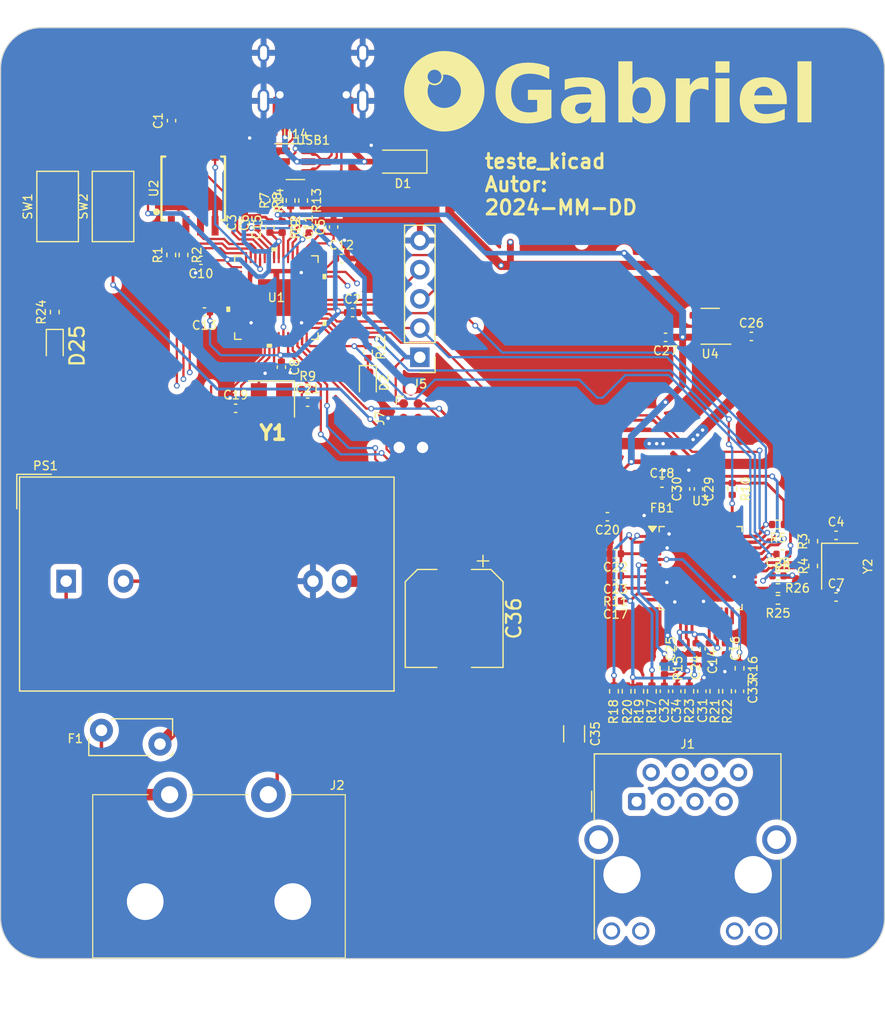
<source format=kicad_pcb>
(kicad_pcb (version 20240108) (generator "pcbnew") (generator_version "8.0")
  (title_block (title "teste_kicad") (date "2024-MM-DD") (rev "1") (company "Gabriel"))
  (layers (0 "F.Cu" signal) (1 "In1.Cu" signal) (2 "In2.Cu" signal) (31 "B.Cu" signal) (34 "B.Paste" user) (35 "F.Paste" user) (36 "B.SilkS" user "B.Silkscreen") (37 "F.SilkS" user "F.Silkscreen") (38 "B.Mask" user) (39 "F.Mask" user) (44 "Edge.Cuts" user))
  (net 0 "")
  (net 1 "GND")
  (net 2 "/Microcontroller circuit/FLASH_3V3")
  (net 3 "/Microcontroller circuit/RP2040_1V1")
  (net 4 "Net-(J1-Pad11)")
  (net 5 "/Microcontroller circuit/GPIO23{slash}SPI_COPI")
  (net 6 "/Microcontroller circuit/GPIO22{slash}SPI_SCK")
  (net 7 "/Microcontroller circuit/GPIO0{slash}TX0")
  (net 8 "Net-(C21-Pad1)")
  (net 9 "/Microcontroller circuit/RP2040_XIN")
  (net 10 "/Microcontroller circuit/GPIO1{slash}RX0")
  (net 11 "/Microcontroller circuit/GPIO8{slash}TX1")
  (net 12 "/Microcontroller circuit/GPIO9{slash}RX1")
  (net 13 "Net-(J1-RD-)")
  (net 14 "Net-(J1-RCT)")
  (net 15 "Net-(D2-K)")
  (net 16 "/Microcontroller circuit/GPIO2{slash}CTS")
  (net 17 "/Microcontroller circuit/GPIO3{slash}RTS")
  (net 19 "/Microcontroller circuit/GPIO4")
  (net 20 "/Microcontroller circuit/RP2040_USB_BOOT")
  (net 21 "/Microcontroller circuit/QSPI_SS")
  (net 22 "/Microcontroller circuit/RP2040_D+")
  (net 23 "/Microcontroller circuit/RP2040_D-")
  (net 24 "/Microcontroller circuit/RP2040_XOUT")
  (net 25 "GNDPWR")
  (net 26 "/Microcontroller circuit/RP2040_RUN")
  (net 27 "/Microcontroller circuit/GPIO10")
  (net 28 "/Microcontroller circuit/GPIO11")
  (net 29 "/Microcontroller circuit/GPIO13")
  (net 30 "/Microcontroller circuit/GPIO14")
  (net 31 "/Microcontroller circuit/RP2040_SWCLK")
  (net 32 "/Microcontroller circuit/RP2040_SWDIO")
  (net 33 "Net-(J1-TCT)")
  (net 34 "Net-(J1-RD+)")
  (net 35 "/Microcontroller circuit/GPIO24")
  (net 36 "/Microcontroller circuit/GPIO25")
  (net 37 "/Microcontroller circuit/QSPI_SD3")
  (net 38 "/Microcontroller circuit/QSPI_SCLK")
  (net 39 "/Microcontroller circuit/QSPI_SD0")
  (net 40 "/Microcontroller circuit/QSPI_SD2")
  (net 41 "/Microcontroller circuit/QSPI_SD1")
  (net 42 "/MAIN+5V")
  (net 43 "/MAIN+3V3")
  (net 44 "/Microcontroller circuit/GPIO26{slash}ADC0")
  (net 45 "/Microcontroller circuit/GPIO27{slash}ADC1")
  (net 46 "/Microcontroller circuit/GPIO28{slash}ADC2")
  (net 47 "Net-(USB1-CC1)")
  (net 48 "Net-(USB1-CC2)")
  (net 50 "/Microcontroller circuit/GPIO29{slash}ADC3")
  (net 51 "/Microcontroller circuit/GPIO5")
  (net 52 "/Microcontroller circuit/RP2040_DP")
  (net 53 "/Microcontroller circuit/RP2040_DN")
  (net 54 "/Microcontroller circuit/USB_DP")
  (net 55 "/Microcontroller circuit/USB_DN")
  (net 56 "/Microcontroller circuit/GPIO7")
  (net 57 "/Microcontroller circuit/GPIO12")
  (net 58 "/Microcontroller circuit/GPIO15")
  (net 59 "/Microcontroller circuit/GPIO6")
  (net 61 "Net-(D25-K)")
  (net 65 "Net-(J1-TD-)")
  (net 66 "Net-(J1-Pad10)")
  (net 67 "Net-(J1-TD+)")
  (net 68 "/RSTn")
  (net 69 "/SPI0_CSn")
  (net 70 "/SPI0_TX")
  (net 71 "/SPI0_SCK")
  (net 72 "/INTn")
  (net 73 "/SPI0_RX")
  (net 74 "Net-(U3-RXP)")
  (net 76 "Net-(U3-TXP)")
  (net 78 "/W5500_3V3A")
  (net 81 "Net-(U3-RXN)")
  (net 83 "/ACTn")
  (net 86 "Net-(U3-EXRES1)")
  (net 88 "Net-(U3-1V2O)")
  (net 92 "/XO")
  (net 93 "Net-(U3-TOCAP)")
  (net 95 "/XI")
  (net 96 "/LINKn")
  (net 97 "Net-(U3-TXN)")
  (net 100 "Net-(J2-Pin_1)")
  (net 101 "Net-(J2-Pin_2)")
  (net 102 "Net-(PS1-AC{slash}L)")
  (net 103 "/Microcontroller circuit/VUSB")
  (net 104 "Net-(C4-Pad1)")
  (net 105 "Net-(C32-Pad1)")
  (net 106 "Net-(C33-Pad1)")
  (footprint "Resistor_SMD:R_0402_1005Metric" (layer "F.Cu") (at 131.534871 65.219312 180)
    (property "Reference" "R26")
    (property "Value" "330R")
  )
  (footprint "Capacitor_SMD:C_0402_1005Metric" (layer "F.Cu") (at 91.779863 33.797512 90)
    (property "Reference" "C11")
    (property "Value" "100nF/6.3V")
  )
  (footprint "Capacitor_SMD:C_1206_3216Metric" (layer "F.Cu") (at 113.774871 77.894312 -90)
    (property "Reference" "C35")
    (property "Value" "1nF/2kV")
  )
  (footprint "Capacitor_SMD:C_0402_1005Metric" (layer "F.Cu") (at 121.424871 56.079312)
    (property "Reference" "C18")
    (property "Value" "0.1uF")
  )
  (footprint "rp2040:RP2040" (layer "F.Cu") (at 87.840329 39.934523)
    (property "Reference" "U1")
    (property "Value" "RP2040" (hide yes))
  )
  (footprint "Capacitor_SMD:C_0402_1005Metric" (layer "F.Cu") (at 121.739871 43.396662 180)
    (property "Reference" "C27")
    (property "Value" "1uF")
  )
  (footprint "Resistor_SMD:R_0402_1005Metric" (layer "F.Cu") (at 120.547871 74.189312 -90)
    (property "Reference" "R17")
    (property "Value" "3R3")
  )
  (footprint "Capacitor_SMD:C_0402_1005Metric" (layer "F.Cu") (at 84.290887 49.570912)
    (property "Reference" "C19")
    (property "Value" "C_Small")
  )
  (footprint "Resistor_SMD:R_0402_1005Metric" (layer "F.Cu") (at 134.594871 63.289312 -90)
    (property "Reference" "R4")
    (property "Value" "1M")
  )
  (footprint "Resistor_SMD:R_0402_1005Metric" (layer "F.Cu") (at 119.446871 74.189312 90)
    (property "Reference" "R19")
    (property "Value" "49R9")
  )
  (footprint "Resistor_SMD:R_0402_1005Metric" (layer "F.Cu") (at 90.564687 47.945312)
    (property "Reference" "R9")
    (property "Value" "1k")
  )
  (footprint "Capacitor_SMD:C_0402_1005Metric" (layer "F.Cu") (at 121.638871 74.189312 -90)
    (property "Reference" "C32")
    (property "Value" "68nF")
  )
  (footprint "Resistor_SMD:R_0402_1005Metric" (layer "F.Cu") (at 79.748958 36.226123 -90)
    (property "Reference" "R2")
    (property "Value" "NOPOP")
  )
  (footprint "Capacitor_SMD:C_0402_1005Metric" (layer "F.Cu") (at 124.604871 56.589312 90)
    (property "Reference" "C29")
    (property "Value" "0.1uF")
  )
  (footprint "Capacitor_SMD:C_0402_1005Metric" (layer "F.Cu") (at 94.476287 41.239712)
    (property "Reference" "C2")
    (property "Value" "1uF/6.3V")
  )
  (footprint "Package_TO_SOT_SMD:SOT-23-6" (layer "F.Cu") (at 89.497887 28.107912)
    (property "Reference" "U14")
    (property "Value" "USBLC6-2SC6")
  )
  (footprint "Capacitor_SMD:C_0402_1005Metric" (layer "F.Cu") (at 81.268287 36.693112 180)
    (property "Reference" "C10")
    (property "Value" "100nF/6.3V")
  )
  (footprint "Capacitor_SMD:C_0402_1005Metric" (layer "F.Cu") (at 117.374871 66.329312 180)
    (property "Reference" "C17")
    (property "Value" "1uF")
  )
  (footprint "Crystal:Crystal_SMD_SeikoEpson_TSX3225-4Pin_3.2x2.5mm" (layer "F.Cu") (at 136.913471 63.309312 -90)
    (property "Reference" "Y2")
    (property "Value" "25MHz")
  )
  (footprint "Capacitor_SMD:C_0402_1005Metric" (layer "F.Cu") (at 81.573087 41.188912 180)
    (property "Reference" "C13")
    (property "Value" "100nF/6.3V")
  )
  (footprint "Resistor_SMD:R_0402_1005Metric" (layer "F.Cu") (at 131.534871 59.679312 180)
    (property "Reference" "R5")
    (property "Value" "4k7")
  )
  (footprint "Resistor_SMD:R_0402_1005Metric" (layer "F.Cu") (at 89.078378 31.490395 90)
    (property "Reference" "R8")
    (property "Value" "27R")
  )
  (footprint "Resistor_SMD:R_0402_1005Metric" (layer "F.Cu") (at 123.810871 74.189312 90)
    (property "Reference" "R23")
    (property "Value" "10R")
  )
  (footprint "Resistor_SMD:R_0402_1005Metric" (layer "F.Cu") (at 127.093871 74.189312 90)
    (property "Reference" "R22")
    (property "Value" "49R9")
  )
  (footprint "Capacitor_SMD:C_0402_1005Metric" (layer "F.Cu") (at 136.593471 60.619312)
    (property "Reference" "C4")
    (property "Value" "18pF")
  )
  (footprint "Capacitor_SMD:C_0402_1005Metric" (layer "F.Cu") (at 123.484871 56.589312 90)
    (property "Reference" "C30")
    (property "Value" "1uF")
  )
  (footprint "Capacitor_SMD:C_0402_1005Metric" (layer "F.Cu") (at 136.593471 65.989312)
    (property "Reference" "C7")
    (property "Value" "18pF")
  )
  (footprint "Capacitor_SMD:C_0402_1005Metric" (layer "F.Cu") (at 129.215873 43.3167)
    (property "Reference" "C26")
    (property "Value" "1uF")
  )
  (footprint "Button_Switch_SMD:SW_SPST_FSMSM" (layer "F.Cu") (at 73.609778 32.009723 90)
    (property "Reference" "SW2")
    (property "Value" "NOPOP")
  )
  (footprint "Capacitor_SMD:C_0402_1005Metric" (layer "F.Cu") (at 124.901871 74.189312 90)
    (property "Reference" "C31")
    (property "Value" "0.1uF")
  )
  (footprint "Resistor_SMD:R_0402_1005Metric" (layer "F.Cu") (at 131.912271 62.270912 180)
    (property "Reference" "R6")
    (property "Value" "4k7")
  )
  (footprint "Capacitor_SMD:C_0402_1005Metric" (layer "F.Cu") (at 93.509167 36.53042)
    (property "Reference" "C12")
    (property "Value" "100nF/6.3V")
  )
  (footprint "Aesthetics:gabriel_logo1" (layer "F.Cu") (at 102.460589 21.980511)
    (property "Reference" "G***" (hide yes))
    (property "Value" "LOGO" (hide yes))
  )
  (footprint "Capacitor_SMD:C_0402_1005Metric" (layer "F.Cu") (at 122.719871 74.189312 90)
    (property "Reference" "C34")
    (property "Value" "22nF")
  )
  (footprint "Resistor_SMD:R_0402_1005Metric" (layer "F.Cu") (at 78.682158 36.226123 90)
    (property "Reference" "R1")
    (property "Value" "1k")
  )
  (footprint "Capacitor_SMD:C_0402_1005Metric" (layer "F.Cu") (at 87.274978 33.797512 90)
    (property "Reference" "C15")
    (property "Value" "100nF/6.3V")
  )
  (footprint "Capacitor_SMD:C_0402_1005Metric" (layer "F.Cu") (at 125.544871 70.489312 -90)
    (property "Reference" "C14")
    (property "Value" "4.7uF")
  )
  (footprint "Capacitor_SMD:C_0402_1005Metric" (layer "F.Cu") (at 78.707558 24.542123 90)
    (property "Reference" "C1")
    (property "Value" "100nF/6.3V")
  )
  (footprint "Resistor_SMD:R_0402_1005Metric" (layer "F.Cu") (at 68.534871 41.199012 90)
    (property "Reference" "R24")
    (property "Value" "330R")
  )
  (footprint "Capacitor_SMD:C_0402_1005Metric" (layer "F.Cu") (at 128.184871 74.189312 -90)
    (property "Reference" "C33")
    (property "Value" "68nF")
  )
  (footprint "Capacitor_SMD:C_0402_1005Metric" (layer "F.Cu") (at 116.674871 58.999312 180)
    (property "Reference" "C20")
    (property "Value" "0.1uF")
  )
  (footprint "LED_SMD:LED_0603_1608Metric" (layer "F.Cu") (at 68.534871 44.191812 -90)
    (property "Reference" "D25")
    (property "Value" "LED")
  )
  (footprint "Resistor_SMD:R_0402_1005Metric" (layer "F.Cu") (at 128.184871 72.189312 -90)
    (property "Reference" "R16")
    (property "Value" "3R3")
  )
  (footprint "Resistor_SMD:R_0402_1005Metric" (layer "F.Cu") (at 131.534871 66.229312 180)
    (property "Reference" "R25")
    (property "Value" "330R")
  )
  (footprint "Resistor_SMD:R_0402_1005Metric" (layer "F.Cu") (at 117.244871 74.189312 -90)
    (property "Reference" "R18")
    (property "Value" "3R3")
  )
  (footprint "Capacitor_SMD:C_0402_1005Metric" (layer "F.Cu") (at 117.374871 64.149312 180)
    (property "Reference" "C23")
    (property "Value" "0.1uF")
  )
  (footprint "Resistor_SMD:R_0402_1005Metric" (layer "F.Cu") (at 127.544871 56.589312 -90)
    (property "Reference" "R10")
    (property "Value" "4k7")
  )
  (footprint "Resistor_SMD:R_0402_1005Metric" (layer "F.Cu") (at 117.374871 65.219312 180)
    (property "Reference" "R11")
    (property "Value" "12k4/1%")
  )
  (footprint "Capacitor_SMD:C_0402_1005Metric" (layer "F.Cu") (at 90.564687 49.037512)
    (property "Reference" "C21")
    (property "Value" "C_Small")
  )
  (footprint "Capacitor_SMD:C_0402_1005Metric" (layer "F.Cu") (at 123.044871 70.489312 -90)
    (property "Reference" "C25")
    (property "Value" "0.1uF")
  )
  (footprint "Resistor_SMD:R_0402_1005Metric" (layer "F.Cu") (at 95.818871 44.668712 90)
    (property "Reference" "R12")
    (property "Value" "330R")
  )
  (footprint "Connector_RJ:RJ45_Hanrun_HR911105A_Horizontal" (layer "F.Cu") (at 119.22136 83.788885)
    (property "Reference" "J1")
    (property "Value" "RJ45_Hanrun_HR911105A_Horizontal")
  )
  (footprint "Resistor_SMD:R_0402_1005Metric" (layer "F.Cu") (at 134.603471 61.129312 90)
    (property "Reference" "R3")
    (property "Value" "0R")
  )
  (footprint "Capacitor_SMD:C_0402_1005Metric" (layer "F.Cu") (at 86.208178 33.413912 90)
    (property "Reference" "C6")
    (property "Value" "100nF/6.3V")
  )
  (footprint "Connector_PinHeader_2.54mm:PinHeader_1x05_P2.54mm_Vertical" (layer "F.Cu") (at 100.333894 45.125912 180)
    (property "Reference" "J5")
    (property "Value" "NOPOP")
  )
  (footprint "LED_SMD:LED_0603_1608Metric" (layer "F.Cu") (at 95.806271 47.339512 -90)
    (property "Reference" "D2")
    (property "Value" "LED")
  )
  (footprint "Package_TO_SOT_SMD:SOT-23-5" (layer "F.Cu") (at 125.626071 42.431462 180)
    (property "Reference" "U4")
    (property "Value" "AP2112K-3.3")
  )
  (footprint "Button_Switch_SMD:SW_SPST_FSMSM" (layer "F.Cu") (at 68.783778 32.009723 90)
    (property "Reference" "SW1")
    (property "Value" "NOPOP")
  )
  (footprint "Inductor_SMD:L_0402_1005Metric" (layer "F.Cu") (at 88.341778 33.797512 -90)
    (property "Reference" "FB2")
    (property "Value" "FerriteBead_Small")
  )
  (footprint "Capacitor_SMD:C_0402_1005Metric" (layer "F.Cu") (at 131.534871 64.149312)
    (property "Reference" "C28")
    (property "Value" "0.1uF")
  )
  (footprint "Capacitor_SMD:C_0402_1005Metric" (layer "F.Cu") (at 117.374871 62.229312 180)
    (property "Reference" "C22")
    (property "Value" "0.1uF")
  )
  (footprint "Resistor_SMD:R_0402_1005Metric" (layer "F.Cu") (at 90.170578 31.490395 -90)
    (property "Reference" "R13")
    (property "Value" "5k1")
  )
  (footprint "pixelGatewayLibrary:DB-8-5DP9" (layer "F.Cu") (at 82.839871 83.189312 180)
    (property "Reference" "J2")
    (property "Value" "Conn_01x02")
  )
  (footprint "Converter_ACDC:Converter_ACDC_Hi-Link_HLK-2Mxx" (layer "F.Cu") (at 69.527371 64.611812)
    (property "Reference" "PS1")
    (property "Value" "HLK-2M05")
  )
  (footprint "Diode_SMD:D_SOD-123F" (layer "F.Cu") (at 98.739871 28.107912 180)
    (property "Reference" "D1")
    (property "Value" "PMEG2005EH")
  )
  (footprint "Capacitor_SMD:C_0402_1005Metric" (layer "F.Cu") (at 88.278687 45.989512 -90)
    (property "Reference" "C8")
    (property "Value" "100nF/6.3V")
  )
  (footprint "Resistor_SMD:R_0402_1005Metric" (layer "F.Cu") (at 86.893978 31.490395 -90)
    (property "Reference" "R14")
    (property "Value" "5k1")
  )
  (footprint "Connector:Tag-Connect_TC2030-IDC-NL_2x03_P1.27mm_Vertical" (layer "F.Cu") (at 99.556287 50.434512 -90)
    (property "Reference" "J7")
    (property "Value" "Conn_01x06")
  )
  (footprint "Resistor_SMD:R_0402_1005Metric" (layer "F.Cu") (at 118.345871 74.189312 90)
    (property "Reference" "R20")
    (property "Value" "49R9")
  )
  (footprint "Capacitor_SMD:C_0402_1005Metric" (layer "F.Cu") (at 90.687663 33.797512 90)
    (property "Reference" "C9")
    (property "Value" "100nF/6.3V")
  )
  (footprint "Resistor_SMD:R_0402_1005Metric" (layer "F.Cu") (at 87.986178 31.490395 90)
    (property "Reference" "R7")
    (property "Value" "27R")
  )
  (footprint "Inductor_SMD:L_0402_1005Metric" (layer "F.Cu") (at 121.424871 57.069312 180)
    (property "Reference" "FB1")
    (property "Value" "FerriteBead_Small")
  )
  (footprint "Fuse:Fuse_Bourns_MF-RG300" (layer "F.Cu") (at 72.599271 77.585312)
    (property "Reference" "F1")
    (property "Value" "FTR250-030")
  )
  (footprint "Capacitor_SMD:CP_Elec_8x10" (layer "F.Cu") (at 103.324871 67.851812 -90)
    (property "Reference" "C36")
    (property "Value" "220uF")
  )
  (footprint "Capacitor_SMD:C_0402_1005Metric" (layer "F.Cu") (at 85.115978 33.413912 90)
    (property "Reference" "C3")
    (property "Value" "1uF/6.3V")
  )
  (footprint "Package_QFP:LQFP-48_7x7mm_P0.5mm" (layer "F.Cu") (at 124.794871 63.469312)
    (property "Reference" "U3")
    (property "Value" "W5500")
  )
  (footprint "Silicon-Standard:SOIC-8" (layer "F.Cu") (at 80.594778 30.434923)
    (property "Reference" "U2")
    (property "Value" "W25Q32FVSS" (hide yes))
  )
  (footprint "Resistor_SMD:R_0402_1005Metric" (layer "F.Cu") (at 125.992871 74.189312 90)
    (property "Reference" "R21")
    (property "Value" "49R9")
  )
  (footprint "Capacitor_SMD:C_0402_1005Metric" (layer "F.Cu") (at 124.394871 70.489312 -90)
    (property "Reference" "C24")
    (property "Value" "0.1uF")
  )
  (footprint "Capacitor_SMD:C_0402_1005Metric" (layer "F.Cu") (at 126.944871 70.489312 -90)
    (property "Reference" "C16")
    (property "Value" "0.1uF")
  )
  (footprint "Type-C:HRO-TYPE-C-31-M-12-HandSoldering" (layer "F.Cu") (at 91.038071 16.041312 180)
    (property "Reference" "USB1")
    (property "Value" "HRO-TYPE-C-31-M-12")
  )
  (footprint "Capacitor_SMD:C_0402_1005Metric" (layer "F.Cu") (at 92.825287 33.797512 90)
    (property "Reference" "C5")
    (property "Value" "100nF/6.3V")
  )
  (footprint "Resistor_SMD:R_0402_1005Metric" (layer "F.Cu") (at 121.644871 72.189312 -90)
    (property "Reference" "R15")
    (property "Value" "3R3")
  )
  (footprint "Crystal:Crystal_SMD_SeikoEpson_TSX3225-4Pin_3.2x2.5mm" (layer "F.Cu") (at 87.415087 48.758112 180)
    (property "Reference" "Y1")
    (property "Value" "12MHz")
  )
  (gr_line (start 132.784871 64.099312) (end 130.694871 64.099312) (stroke (width 0.2)) (layer "B.Cu"))
  (gr_arc (start 63.814871 19.949312) (mid 64.852493 17.486931) (end 67.314871 16.449312) (stroke (width 0.1)) (layer "Edge.Cuts"))
  (gr_line (start 140.814871 93.949312) (end 140.814871 19.949312) (stroke (width 0.1)) (layer "Edge.Cuts"))
  (gr_line (start 67.314871 97.449312) (end 137.314871 97.449312) (stroke (width 0.1)) (layer "Edge.Cuts"))
  (gr_line (start 63.814871 19.949312) (end 63.814871 93.949312) (stroke (width 0.1)) (layer "Edge.Cuts"))
  (gr_arc (start 67.314871 97.449312) (mid 64.852506 96.411684) (end 63.814871 93.949312) (stroke (width 0.1)) (layer "Edge.Cuts"))
  (gr_arc (start 137.314871 16.449312) (mid 139.777291 17.486898) (end 140.814871 19.949312) (stroke (width 0.1)) (layer "Edge.Cuts"))
  (gr_line (start 137.314871 16.449312) (end 67.314871 16.449312) (stroke (width 0.1)) (layer "Edge.Cuts"))
  (gr_arc (start 140.814871 93.949312) (mid 139.777279 96.411716) (end 137.314871 97.449312) (stroke (width 0.1)) (layer "Edge.Cuts"))
  (gr_text "Gabriel" (at 106.574871 25.539312 0) (layer "F.SilkS") (effects (font (size 5 5) (thickness 0.25) (bold yes)) (justify left bottom)))
  (gr_text "teste_kicad\nAutor:\n2024-MM-DD" (at 105.854871 30.089312 0) (layer "F.SilkS") (effects (font (size 1.25 1.25) (thickness 0.25) (bold yes)) (justify left)))
  (segment (start 82.153671 47.640512) (end 82.153671 49.012112) (width 0.2) (layer "F.Cu") (net 0))
  (segment (start 85.510087 26.050512) (end 87.491287 26.050512) (width 0.25) (layer "F.Cu") (net 1))
  (segment (start 124.901871 73.192312) (end 124.901871 73.709312) (width 0.25) (layer "F.Cu") (net 1))
  (segment (start 86.315087 47.958112) (end 86.315087 47.064112) (width 0.2) (layer "F.Cu") (net 1))
  (segment (start 94.263071 25.938896) (end 95.009687 26.685512) (width 0.25) (layer "F.Cu") (net 1))
  (segment (start 125.093284 73.000899) (end 124.901871 73.192312) (width 0.25) (layer "F.Cu") (net 1))
  (segment (start 86.315087 47.064112) (end 86.856287 46.522912) (width 0.2) (layer "F.Cu") (net 1))
  (segment (start 123.484871 55.229312) (end 123.764871 54.949312) (width 0.25) (layer "F.Cu") (net 1))
  (segment (start 121.814871 58.029312) (end 120.744871 58.029312) (width 0.25) (layer "F.Cu") (net 1))
  (segment (start 123.544871 69.537822) (end 123.724871 69.717822) (width 0.25) (layer "F.Cu") (net 1))
  (segment (start 89.043287 46.469512) (end 88.278687 46.469512) (width 0.2) (layer "F.Cu") (net 1))
  (segment (start 93.386687 33.317512) (end 93.765087 33.695912) (width 0.2) (layer "F.Cu") (net 1))
  (segment (start 83.810887 48.679312) (end 83.810887 49.570912) (width 0.2) (layer "F.Cu") (net 1))
  (segment (start 86.824329 44.98221) (end 86.824329 43.338123) (width 0.2) (layer "F.Cu") (net 1))
  (segment (start 128.957371 64.219312) (end 127.724871 64.219312) (width 0.25) (layer "F.Cu") (net 1))
  (segment (start 122.544871 66.419312) (end 122.544871 67.631812) (width 0.25) (layer "F.Cu") (net 1))
  (segment (start 122.044871 58.259312) (end 121.814871 58.029312) (width 0.25) (layer "F.Cu") (net 1))
  (segment (start 120.632371 61.719312) (end 121.874871 61.719312) (width 0.25) (layer "F.Cu") (net 1))
  (segment (start 86.208178 32.933912) (end 86.891378 32.933912) (width 0.25) (layer "F.Cu") (net 1))
  (segment (start 120.744871 58.029312) (end 119.874871 58.899312) (width 0.25) (layer "F.Cu") (net 1))
  (segment (start 94.263071 24.236312) (end 94.263071 25.938896) (width 0.25) (layer "F.Cu") (net 1))
  (segment (start 123.544871 67.631812) (end 123.544871 69.537822) (width 0.25) (layer "F.Cu") (net 1))
  (segment (start 137.713471 61.259312) (end 137.073471 60.619312) (width 0.25) (layer "F.Cu") (net 1))
  (segment (start 132.014871 64.149312) (end 132.729871 64.149312) (width 0.25) (layer "F.Cu") (net 1))
  (segment (start 80.807471 37.785312) (end 80.788287 37.766128) (width 0.2) (layer "F.Cu") (net 1))
  (segment (start 125.044871 66.369312) (end 125.044871 67.631812) (width 0.25) (layer "F.Cu") (net 1))
  (segment (start 80.788287 37.766128) (end 80.788287 36.693112) (width 0.2) (layer "F.Cu") (net 1))
  (segment (start 89.497887 26.964912) (end 89.497887 27.319308) (width 0.2) (layer "F.Cu") (net 1))
  (segment (start 87.813071 24.236312) (end 87.813071 25.728728) (width 0.25) (layer "F.Cu") (net 1))
  (segment (start 83.810887 47.995652) (end 86.824329 44.98221) (width 0.2) (layer "F.Cu") (net 1))
  (segment (start 97.571471 50.434512) (end 98.921287 50.434512) (width 0.2) (layer "F.Cu") (net 1))
  (segment (start 123.404871 70.969312) (end 123.044871 70.969312) (width 0.25) (layer "F.Cu") (net 1))
  (segment (start 121.904871 56.079312) (end 121.904871 55.265552) (width 0.25) (layer "F.Cu") (net 1))
  (segment (start 123.724871 70.649312) (end 123.404871 70.969312) (width 0.25) (layer "F.Cu") (net 1))
  (segment (start 136.113471 64.719313) (end 136.773471 65.379312) (width 0.25) (layer "F.Cu") (net 1))
  (segment (start 137.073471 65.989312) (end 137.073471 65.679312) (width 0.25) (layer "F.Cu") (net 1))
  (segment (start 87.813071 25.728728) (end 87.491287 26.050512) (width 0.25) (layer "F.Cu") (net 1))
  (segment (start 123.044871 70.969312) (end 123.044871 71.356138) (width 0.25) (layer "F.Cu") (net 1))
  (segment (start 123.484871 56.109312) (end 123.484871 55.229312) (width 0.25) (layer "F.Cu") (net 1))
  (segment (start 122.044871 59.306812) (end 122.044871 58.259312) (width 0.25) (layer "F.Cu") (net 1))
  (segment (start 89.497887 27.319308) (end 88.709283 28.107912) (width 0.2) (layer "F.Cu") (net 1))
  (segment (start 95.009687 26.685512) (end 96.101887 26.685512) (width 0.25) (layer "F.Cu") (net 1))
  (segment (start 123.632267 72.395089) (end 122.719871 73.307485) (width 0.25) (layer "F.Cu") (net 1))
  (segment (start 122.044871 59.306812) (end 122.044871 60.499312) (width 0.25) (layer "F.Cu") (net 1))
  (segment (start 121.904871 55.265552) (end 121.616751 54.977432) (width 0.25) (layer "F.Cu") (net 1))
  (segment (start 86.891378 32.933912) (end 87.274978 33.317512) (width 0.25) (layer "F.Cu") (net 1))
  (segment (start 123.724871 69.717822) (end 123.724871 70.649312) (width 0.25) (layer "F.Cu") (net 1))
  (segment (start 92.825287 33.317512) (end 93.386687 33.317512) (width 0.2) (layer "F.Cu") (net 1))
  (segment (start 83.810887 48.679312) (end 83.810887 47.995652) (width 0.2) (layer "F.Cu") (net 1))
  (segment (start 137.713471 62.209312) (end 137.713471 61.259312) (width 0.25) (layer "F.Cu") (net 1))
  (segment (start 122.719871 73.307485) (end 122.719871 73.709312) (width 0.25) (layer "F.Cu") (net 1))
  (segment (start 123.044871 71.356138) (end 122.603284 71.797725) (width 0.25) (layer "F.Cu") (net 1))
  (segment (start 120.632371 64.719312) (end 121.854871 64.719312) (width 0.25) (layer "F.Cu") (net 1))
  (segment (start 137.073471 65.679312) (end 136.773471 65.379312) (width 0.25) (layer "F.Cu") (net 1))
  (segment (start 132.729871 64.149312) (end 132.780784 64.098399) (width 0.25) (layer "F.Cu") (net 1))
  (segment (start 93.765087 33.695912) (end 93.765087 34.940512) (width 0.2) (layer "F.Cu") (net 1))
  (via (at 85.510087 26.050512) (size 0.5) (drill 0.3) (layers "F.Cu" "B.Cu") (net 1))
  (via (at 80.807471 37.785312) (size 0.5) (drill 0.3) (layers "F.Cu" "B.Cu") (net 1))
  (via (at 121.874871 61.719312) (size 0.5) (drill 0.3) (layers "F.Cu" "B.Cu") (net 1))
  (via (at 125.044871 66.369312) (size 0.5) (drill 0.3) (layers "F.Cu" "B.Cu") (net 1))
  (via (at 97.571471 50.434512) (size 0.5) (drill 0.3) (layers "F.Cu" "B.Cu") (net 1))
  (via (at 90.005887 37.759912) (size 0.5) (drill 0.3) (layers "F.Cu" "B.Cu") (net 1))
  (via (at 121.854871 64.719312) (size 0.5) (drill 0.3) (layers "F.Cu" "B.Cu") (net 1))
  (via (at 83.810887 48.679312) (size 0.5) (drill 0.3) (layers "F.Cu" "B.Cu") (net 1))
  (via (at 96.101887 26.685512) (size 0.5) (drill 0.3) (layers "F.Cu" "B.Cu") (net 1))
  (via (at 89.043287 46.469512) (size 0.5) (drill 0.3) (layers "F.Cu" "B.Cu") (net 1))
  (via (at 123.764871 54.949312) (size 0.5) (drill 0.3) (layers "F.Cu" "B.Cu") (net 1))
  (via (at 90.031287 42.128712) (size 0.5) (drill 0.3) (layers "F.Cu" "B.Cu") (net 1))
  (via (at 122.544871 66.419312) (size 0.5) (drill 0.3) (layers "F.Cu" "B.Cu") (net 1))
  (via (at 123.632267 72.395089) (size 0.5) (drill 0.3) (layers "F.Cu" "B.Cu") (net 1))
  (via (at 121.616751 54.977432) (size 0.5) (drill 0.3) (layers "F.Cu" "B.Cu") (net 1))
  (via (at 89.497887 26.964912) (size 0.5) (drill 0.3) (layers "F.Cu" "B.Cu") (net 1))
  (via (at 122.044871 60.499312) (size 0.5) (drill 0.3) (layers "F.Cu" "B.Cu") (net 1))
  (via (at 125.764871 71.869312) (size 0.5) (drill 0.3) (layers "F.Cu" "B.Cu") (net 1))
  (via (at 122.603284 71.797725) (size 0.5) (drill 0.3) (layers "F.Cu" "B.Cu") (net 1))
  (via (at 121.914871 69.329312) (size 0.5) (drill 0.3) (layers "F.Cu" "B.Cu") (net 1))
  (via (at 86.856287 46.522912) (size 0.5) (drill 0.3) (layers "F.Cu" "B.Cu") (net 1))
  (via (at 125.093284 73.000899) (size 0.5) (drill 0.3) (layers "F.Cu" "B.Cu") (net 1))
  (via (at 136.773471 65.379312) (size 0.5) (drill 0.3) (layers "F.Cu" "B.Cu") (net 1))
  (via (at 126.904871 72.479312) (size 0.5) (drill 0.3) (layers "F.Cu" "B.Cu") (net 1))
  (via (at 93.765087 34.940512) (size 0.5) (drill 0.3) (layers "F.Cu" "B.Cu") (net 1))
  (via (at 119.874871 58.899312) (size 0.5) (drill 0.3) (layers "F.Cu" "B.Cu") (net 1))
  (via (at 127.724871 64.219312) (size 0.5) (drill 0.3) (layers "F.Cu" "B.Cu") (net 1))
  (via (at 85.637087 42.128712) (size 0.5) (drill 0.3) (layers "F.Cu" "B.Cu") (net 1))
  (via (at 132.780784 64.098399) (size 0.5) (drill 0.3) (layers "F.Cu" "B.Cu") (net 1))
  (segment (start 123.200648 72.395089) (end 122.603284 71.797725) (width 0.25) (layer "B.Cu") (net 1))
  (segment (start 123.632267 72.395089) (end 123.200648 72.395089) (width 0.25) (layer "B.Cu") (net 1))
  (segment (start 92.266664 37.292923) (end 93.029167 36.53042) (width 0.2) (layer "F.Cu") (net 2))
  (segment (start 82.053087 41.188912) (end 82.053087 41.951928) (width 0.2) (layer "F.Cu") (net 2))
  (segment (start 83.976298 37.292923) (end 84.436729 37.292923) (width 0.2) (layer "F.Cu") (net 2))
  (segment (start 88.341778 34.282512) (end 87.279978 34.282512) (width 0.2) (layer "F.Cu") (net 2))
  (segment (start 97.327012 48.127012) (end 95.806271 48.127012) (width 0.2) (layer "F.Cu") (net 2))
  (segment (start 83.579687 36.623412) (end 83.579687 36.896312) (width 0.2) (layer "F.Cu") (net 2))
  (segment (start 93.029167 35.753992) (end 93.029167 36.53042) (width 0.2) (layer "F.Cu") (net 2))
  (segment (start 98.235487 49.035487) (end 98.235487 45.913312) (width 0.2) (layer "F.Cu") (net 2))
  (segment (start 79.748958 36.736123) (end 80.446169 36.038912) (width 0.2) (layer "F.Cu") (net 2))
  (segment (start 91.243929 37.292923) (end 92.266664 37.292923) (width 0.2) (layer "F.Cu") (net 2))
  (segment (start 88.043529 35.046063) (end 87.366789 34.369323) (width 0.2) (layer "F.Cu") (net 2))
  (segment (start 93.34826 41.239712) (end 93.996287 41.239712) (width 0.2) (layer "F.Cu") (net 2))
  (segment (start 83.579687 36.896312) (end 83.976298 37.292923) (width 0.2) (layer "F.Cu") (net 2))
  (segment (start 78.689778 27.183723) (end 78.689778 25.039903) (width 0.2) (layer "F.Cu") (net 2))
  (segment (start 98.921287 49.164512) (end 98.364512 49.164512) (width 0.2) (layer "F.Cu") (net 2))
  (segment (start 92.825287 34.394723) (end 92.825287 34.889712) (width 0.2) (layer "F.Cu") (net 2))
  (segment (start 78.689778 28.679821) (end 78.689778 27.183723) (width 0.2) (layer "F.Cu") (net 2))
  (segment (start 90.481929 36.14087) (end 90.481929 36.530923) (width 0.2) (layer "F.Cu") (net 2))
  (segment (start 82.291476 40.950523) (end 82.053087 41.188912) (width 0.2) (layer "F.Cu") (net 2))
  (segment (start 91.402887 35.219912) (end 90.481929 36.14087) (width 0.2) (layer "F.Cu") (net 2))
  (segment (start 88.449929 36.530923) (end 88.449929 34.507874) (width 0.2) (layer "F.Cu") (net 2))
  (segment (start 91.662652 34.394723) (end 92.825287 34.394723) (width 0.2) (layer "F.Cu") (net 2))
  (segment (start 93.059071 40.950523) (end 91.243929 40.950523) (width 0.2) (layer "F.Cu") (net 2))
  (segment (start 76.657778 32.616821) (end 76.657778 30.711821) (width 0.2) (layer "F.Cu") (net 2))
  (segment (start 98.364512 49.164512) (end 98.235487 49.035487) (width 0.2) (layer "F.Cu") (net 2))
  (segment (start 82.053087 41.951928) (end 82.061395 41.960236) (width 0.2) (layer "F.Cu") (net 2))
  (segment (start 88.043529 44.804305) (end 88.043529 43.338123) (width 0.2) (layer "F.Cu") (net 2))
  (segment (start 83.509987 36.693112) (end 83.579687 36.623412) (width 0.2) (layer "F.Cu") (net 2))
  (segment (start 93.202671 41.094123) (end 93.34826 41.239712) (width 0.2) (layer "F.Cu") (net 2))
  (segment (start 99.022887 45.125912) (end 100.333894 45.125912) (width 0.2) (layer "F.Cu") (net 2))
  (segment (start 80.446169 36.038912) (end 81.528487 36.038912) (width 0.2) (layer "F.Cu") (net 2))
  (segment (start 98.235487 45.913312) (end 99.022887 45.125912) (width 0.2) (layer "F.Cu") (net 2))
  (segment (start 92.825287 34.889712) (end 92.495087 35.219912) (width 0.2) (layer "F.Cu") (net 2))
  (segment (start 90.075529 35.981846) (end 91.662652 34.394723) (width 0.2) (layer "F.Cu") (net 2))
  (segment (start 88.043529 36.530923) (end 88.043529 35.046063) (width 0.2) (layer "F.Cu") (net 2))
  (segment (start 76.657778 30.711821) (end 78.689778 28.679821) (width 0.2) (layer "F.Cu") (net 2))
  (segment (start 88.449929 34.507874) (end 88.341778 34.399723) (width 0.2) (layer "F.Cu") (net 2))
  (segment (start 93.029167 35.753992) (end 92.495087 35.219912) (width 0.2) (layer "F.Cu") (net 2))
  (segment (start 81.748287 36.258712) (end 81.748287 36.693112) (width 0.2) (layer "F.Cu") (net 2))
  (segment (start 88.186629 44.947405) (end 88.043529 44.804305) (width 0.2) (layer "F.Cu") (net 2))
  (segment (start 92.495087 35.219912) (end 91.402887 35.219912) (width 0.2) (layer "F.Cu") (net 2))
  (segment (start 88.186629 44.947405) (end 88.278687 45.039463) (width 0.2) (layer "F.Cu") (net 2))
  (segment (start 81.748287 36.693112) (end 83.509987 36.693112) (width 0.2) (layer "F.Cu") (net 2))
  (segment (start 81.528487 36.038912) (end 81.748287 36.258712) (width 0.2) (layer "F.Cu") (net 2))
  (segment (start 93.202671 41.094123) (end 93.059071 40.950523) (width 0.2) (layer "F.Cu") (net 2))
  (segment (start 90.075529 36.530923) (end 90.075529 35.981846) (width 0.2) (layer "F.Cu") (net 2))
  (segment (start 87.274978 34.277512) (end 88.043529 35.046063) (width 0.2) (layer "F.Cu") (net 2))
  (segment (start 88.278687 45.039463) (end 88.278687 45.509512) (width 0.2) (layer "F.Cu") (net 2))
  (segment (start 98.235487 49.035487) (end 97.327012 48.127012) (width 0.2) (layer "F.Cu") (net 2))
  (segment (start 84.436729 40.950523) (end 82.291476 40.950523) (width 0.2) (layer "F.Cu") (net 2))
  (via (at 93.202671 41.094123) (size 0.5) (drill 0.3) (layers "F.Cu" "B.Cu") (net 2))
  (via (at 82.061395 41.960236) (size 0.5) (drill 0.3) (layers "F.Cu" "B.Cu") (net 2))
  (via (at 88.186629 44.947405) (size 0.5) (drill 0.3) (layers "F.Cu" "B.Cu") (net 2))
  (via (at 92.495087 35.219912) (size 0.5) (drill 0.3) (layers "F.Cu" "B.Cu") (net 2))
  (via (at 88.043529 35.046063) (size 0.5) (drill 0.3) (layers "F.Cu" "B.Cu") (net 2))
  (via (at 83.579687 36.623412) (size 0.5) (drill 0.3) (layers "F.Cu" "B.Cu") (net 2))
  (via (at 76.657778 32.616821) (size 0.5) (drill 0.3) (layers "F.Cu" "B.Cu") (net 2))
  (segment (start 89.548687 44.948112) (end 88.187336 44.948112) (width 0.4) (layer "B.Cu") (net 2))
  (segment (start 93.202671 41.094123) (end 92.968955 40.860407) (width 0.4) (layer "B.Cu") (net 2))
  (segment (start 90.669087 33.393912) (end 86.076526 33.393912) (width 0.4) (layer "B.Cu") (net 2))
  (segment (start 92.968955 35.69378) (end 93.485687 36.210512) (width 0.4) (layer "B.Cu") (net 2))
  (segment (start 90.669087 33.393912) (end 93.485687 36.210512) (width 0.4) (layer "B.Cu") (net 2))
  (segment (start 83.579687 36.623412) (end 79.573096 32.616821) (width 0.4) (layer "B.Cu") (net 2))
  (segment (start 93.485687 36.210512) (end 95.514071 38.238896) (width 0.4) (layer "B.Cu") (net 2))
  (segment (start 85.007287 35.047312) (end 85.87336 35.913385) (width 0.4) (layer "B.Cu") (net 2))
  (segment (start 85.388048 33.243912) (end 85.007287 33.624673) (width 0.4) (layer "B.Cu") (net 2))
  (segment (start 83.579687 36.623412) (end 84.673548 36.623412) (width 0.4) (layer "B.Cu") (net 2))
  (segment (start 87.176207 35.913385) (end 88.043529 35.046063) (width 0.4) (layer "B.Cu") (net 2))
  (segment (start 87.176207 37.622632) (end 87.176207 35.913385) (width 0.4) (layer "B.Cu") (net 2))
  (segment (start 95.514071 41.493712) (end 99.146271 45.125912) (width 0.4) (layer "B.Cu") (net 2))
  (segment (start 85.926526 33.243912) (end 85.388048 33.243912) (width 0.4) (layer "B.Cu") (net 2))
  (segment (start 85.007287 33.624673) (end 85.007287 35.047312) (width 0.4) (layer "B.Cu") (net 2))
  (segment (start 92.968955 40.860407) (end 92.968955 35.69378) (width 0.4) (layer "B.Cu") (net 2))
  (segment (start 93.202671 41.094123) (end 93.202671 41.294128) (width 0.4) (layer "B.Cu") (net 2))
  (segment (start 86.155248 38.105112) (end 86.693726 38.105112) (width 0.4) (layer "B.Cu") (net 2))
  (segment (start 85.87336 35.913385) (end 87.176207 35.913385) (width 0.4) (layer "B.Cu") (net 2))
  (segment (start 92.495087 35.219912) (end 90.669087 33.393912) (width 0.4) (layer "B.Cu") (net 2))
  (segment (start 86.693726 38.105112) (end 87.176207 37.622632) (width 0.4) (layer "B.Cu") (net 2))
  (segment (start 79.573096 32.616821) (end 76.657778 32.616821) (width 0.4) (layer "B.Cu") (net 2))
  (segment (start 82.991164 44.947405) (end 88.186629 44.947405) (width 0.2) (layer "B.Cu") (net 2))
  (segment (start 95.514071 38.238896) (end 95.514071 41.493712) (width 0.4) (layer "B.Cu") (net 2))
  (segment (start 86.076526 33.393912) (end 85.926526 33.243912) (width 0.4) (layer "B.Cu") (net 2))
  (segment (start 82.061395 41.960236) (end 82.061395 44.017636) (width 0.2) (layer "B.Cu") (net 2))
  (segment (start 84.673548 36.623412) (end 86.155248 38.105112) (width 0.4) (layer "B.Cu") (net 2))
  (segment (start 88.187336 44.948112) (end 88.186629 44.947405) (width 0.4) (layer "B.Cu") (net 2))
  (segment (start 93.485687 36.210512) (end 92.495087 35.219912) (width 0.4) (layer "B.Cu") (net 2))
  (segment (start 93.202671 41.294128) (end 89.548687 44.948112) (width 0.4) (layer "B.Cu") (net 2))
  (segment (start 99.146271 45.125912) (end 100.333894 45.125912) (width 0.4) (layer "B.Cu") (net 2))
  (segment (start 82.061395 44.017636) (end 82.991164 44.947405) (width 0.2) (layer "B.Cu") (net 2))
  (segment (start 87.637129 35.571917) (end 86.208178 34.142966) (width 0.2) (layer "F.Cu") (net 3))
  (segment (start 87.637129 36.530923) (end 87.637129 35.571917) (width 0.2) (layer "F.Cu") (net 3))
  (segment (start 88.456487 42.484312) (end 88.449929 42.49087) (width 0.2) (layer "F.Cu") (net 3))
  (segment (start 90.112652 34.869477) (end 90.587406 34.394723) (width 0.2) (layer "F.Cu") (net 3))
  (segment (start 85.657287 33.893912) (end 85.115978 33.893912) (width 0.2) (layer "F.Cu") (net 3))
  (segment (start 89.669129 35.313) (end 90.112652 34.869477) (width 0.2) (layer "F.Cu") (net 3))
  (segment (start 89.669129 36.530923) (end 89.669129 35.313) (width 0.2) (layer "F.Cu") (net 3))
  (segment (start 86.208178 34.142966) (end 86.208178 33.893912) (width 0.2) (layer "F.Cu") (net 3))
  (segment (start 86.208178 33.893912) (end 85.657287 33.893912) (width 0.2) (layer "F.Cu") (net 3))
  (segment (start 88.449929 42.49087) (end 88.449929 43.338123) (width 0.2) (layer "F.Cu") (net 3))
  (via (at 90.112652 34.869477) (size 0.5) (drill 0.3) (layers "F.Cu" "B.Cu") (net 3))
  (via (at 88.456487 42.484312) (size 0.5) (drill 0.3) (layers "F.Cu" "B.Cu") (net 3))
  (via (at 85.657287 33.893912) (size 0.5) (drill 0.3) (layers "F.Cu" "B.Cu") (net 3))
  (segment (start 90.112652 34.869477) (end 89.137087 33.893912) (width 0.2) (layer "B.Cu") (net 3))
  (segment (start 89.137087 33.893912) (end 85.657287 33.893912) (width 0.2) (layer "B.Cu") (net 3))
  (segment (start 88.456487 42.484312) (end 88.456487 36.525642) (width 0.2) (layer "B.Cu") (net 3))
  (segment (start 88.456487 36.525642) (end 90.112652 34.869477) (width 0.2) (layer "B.Cu") (net 3))
  (segment (start 97.136397 40.137723) (end 98.743487 38.530633) (width 0.2) (layer "F.Cu") (net 5))
  (segment (start 99.454687 36.235912) (end 101.512087 36.235912) (width 0.2) (layer "F.Cu") (net 5))
  (segment (start 102.020087 36.743912) (end 102.020087 38.826712) (width 0.2) (layer "F.Cu") (net 5))
  (segment (start 91.243929 40.137723) (end 97.136397 40.137723) (width 0.2) (layer "F.Cu") (net 5))
  (segment (start 98.743487 36.947112) (end 99.454687 36.235912) (width 0.2) (layer "F.Cu") (net 5))
  (segment (start 98.743487 38.530633) (end 98.743487 36.947112) (width 0.2) (layer "F.Cu") (net 5))
  (segment (start 102.020087 38.826712) (end 100.800887 40.045912) (width 0.2) (layer "F.Cu") (net 5))
  (segment (start 101.512087 36.235912) (end 102.020087 36.743912) (width 0.2) (layer "F.Cu") (net 5))
  (segment (start 97.295683 40.544123) (end 100.333894 37.505912) (width 0.2) (layer "F.Cu") (net 6))
  (segment (start 91.243929 40.544123) (end 97.295683 40.544123) (width 0.2) (layer "F.Cu") (net 6))
  (segment (start 90.054687 47.945312) (end 88.527887 47.945312) (width 0.2) (layer "F.Cu") (net 8))
  (segment (start 90.054687 47.945312) (end 90.054687 49.007512) (width 0.2) (layer "F.Cu") (net 8))
  (segment (start 84.770887 47.601338) (end 87.230729 45.141496) (width 0.2) (layer "F.Cu") (net 9))
  (segment (start 84.770887 49.570912) (end 84.770887 47.601338) (width 0.2) (layer "F.Cu") (net 9))
  (segment (start 87.230729 45.141496) (end 87.230729 43.338123) (width 0.2) (layer "F.Cu") (net 9))
  (segment (start 86.315087 49.558112) (end 84.783687 49.558112) (width 0.2) (layer "F.Cu") (net 9))
  (segment (start 124.901871 74.669312) (end 127.063871 74.669312) (width 0.25) (layer "F.Cu") (net 14))
  (segment (start 95.806271 46.552012) (end 95.806271 45.191312) (width 0.2) (layer "F.Cu") (net 15))
  (segment (start 77.933098 36.736123) (end 77.432778 36.235803) (width 0.2) (layer "F.Cu") (net 20))
  (segment (start 69.736687 34.356312) (end 68.783778 35.309221) (width 0.2) (layer "F.Cu") (net 20))
  (segment (start 68.783778 35.309221) (end 68.783778 36.599723) (width 0.2) (layer "F.Cu") (net 20))
  (segment (start 77.06329 34.356312) (end 69.736687 34.356312) (width 0.2) (layer "F.Cu") (net 20))
  (segment (start 78.682158 36.736123) (end 77.933098 36.736123) (width 0.2) (layer "F.Cu") (net 20))
  (segment (start 77.432778 36.235803) (end 77.432778 34.7258) (width 0.2) (layer "F.Cu") (net 20))
  (segment (start 77.432778 34.7258) (end 77.06329 34.356312) (width 0.2) (layer "F.Cu") (net 20))
  (segment (start 79.748958 35.716123) (end 78.682158 35.716123) (width 0.2) (layer "F.Cu") (net 21))
  (segment (start 78.689778 33.686123) (end 78.689778 35.708503) (width 0.2) (layer "F.Cu") (net 21))
  (segment (start 82.957287 35.638912) (end 79.826169 35.638912) (width 0.2) (layer "F.Cu") (net 21))
  (segment (start 83.392287 36.073912) (end 82.957287 35.638912) (width 0.2) (layer "F.Cu") (net 21))
  (segment (start 85.198729 36.073912) (end 83.392287 36.073912) (width 0.2) (layer "F.Cu") (net 21))
  (segment (start 85.198729 36.530923) (end 85.198729 36.073912) (width 0.2) (layer "F.Cu") (net 21))
  (segment (start 85.789855 28.525944) (end 85.789855 29.542899) (width 0.2) (layer "F.Cu") (net 22))
  (segment (start 88.360387 27.157912) (end 88.010387 27.507912) (width 0.2) (layer "F.Cu") (net 22))
  (segment (start 87.623298 30.161712) (end 87.986178 30.524592) (width 0.2) (layer "F.Cu") (net 22))
  (segment (start 87.286492 27.882911) (end 86.432888 27.882911) (width 0.2) (layer "F.Cu") (net 22))
  (segment (start 85.789855 29.542899) (end 86.408668 30.161712) (width 0.2) (layer "F.Cu") (net 22))
  (segment (start 86.432888 27.882911) (end 85.789855 28.525944) (width 0.2) (layer "F.Cu") (net 22))
  (segment (start 88.010387 27.507912) (end 87.661491 27.507912) (width 0.2) (layer "F.Cu") (net 22))
  (segment (start 87.661491 27.507912) (end 87.286492 27.882911) (width 0.2) (layer "F.Cu") (net 22))
  (segment (start 86.408668 30.161712) (end 87.623298 30.161712) (width 0.2) (layer "F.Cu") (net 22))
  (segment (start 87.986178 30.524592) (end 87.986178 30.980395) (width 0.2) (layer "F.Cu") (net 22))
  (segment (start 88.360387 29.057912) (end 88.010387 28.707912) (width 0.2) (layer "F.Cu") (net 23))
  (segment (start 88.889957 30.791974) (end 88.889958 30.791976) (width 0.2) (layer "F.Cu") (net 23))
  (segment (start 86.595068 29.711712) (end 87.809695 29.711712) (width 0.2) (layer "F.Cu") (net 23))
  (segment (start 86.619286 28.332913) (end 86.239855 28.712344) (width 0.2) (layer "F.Cu") (net 23))
  (segment (start 88.812797 30.020609) (end 88.812797 30.020608) (width 0.2) (layer "F.Cu") (net 23))
  (segment (start 86.239855 28.712344) (end 86.239855 29.356499) (width 0.2) (layer "F.Cu") (net 23))
  (segment (start 88.465694 30.020607) (end 88.465695 30.020609) (width 0.2) (layer "F.Cu") (net 23))
  (segment (start 88.889958 30.791976) (end 89.078378 30.980395) (width 0.2) (layer "F.Cu") (net 23))
  (segment (start 88.889958 30.444871) (end 88.889957 30.444872) (width 0.2) (layer "F.Cu") (net 23))
  (segment (start 88.812797 30.020608) (end 88.889957 30.097768) (width 0.2) (layer "F.Cu") (net 23))
  (segment (start 87.661491 28.707912) (end 87.286492 28.332913) (width 0.2) (layer "F.Cu") (net 23))
  (segment (start 88.010387 28.707912) (end 87.661491 28.707912) (width 0.2) (layer "F.Cu") (net 23))
  (segment (start 86.239855 29.356499) (end 86.595068 29.711712) (width 0.2) (layer "F.Cu") (net 23))
  (segment (start 87.809695 29.711712) (end 88.118591 30.020608) (width 0.2) (layer "F.Cu") (net 23))
  (segment (start 87.286492 28.332913) (end 86.619286 28.332913) (width 0.2) (layer "F.Cu") (net 23))
  (arc (start 88.465695 30.020609) (mid 88.639246 29.948722) (end 88.812797 30.020609) (width 0.2) (layer "F.Cu") (net 23))
  (arc (start 88.889957 30.444872) (mid 88.81807 30.618423) (end 88.889957 30.791974) (width 0.2) (layer "F.Cu") (net 23))
  (arc (start 88.118591 30.020608) (mid 88.292144 30.092496) (end 88.465694 30.020607) (width 0.2) (layer "F.Cu") (net 23))
  (arc (start 88.889957 30.097768) (mid 88.961846 30.27132) (end 88.889958 30.444871) (width 0.2) (layer "F.Cu") (net 23))
  (segment (start 90.178887 47.049512) (end 91.074687 47.945312) (width 0.2) (layer "F.Cu") (net 24))
  (segment (start 87.916287 47.049512) (end 90.178887 47.049512) (width 0.2) (layer "F.Cu") (net 24))
  (segment (start 87.637129 43.338123) (end 87.637129 46.770354) (width 0.2) (layer "F.Cu") (net 24))
  (segment (start 87.637129 46.770354) (end 87.916287 47.049512) (width 0.2) (layer "F.Cu") (net 24))
  (segment (start 89.669129 44.156968) (end 89.669129 43.338123) (width 0.2) (layer "F.Cu") (net 26))
  (segment (start 101.461287 53.355512) (end 101.461287 52.377512) (width 0.2) (layer "F.Cu") (net 26))
  (segment (start 100.788287 51.704512) (end 100.191287 51.704512) (width 0.2) (layer "F.Cu") (net 26))
  (segment (start 73.609778 38.817219) (end 73.619271 38.826712) (width 0.25) (layer "F.Cu") (net 26))
  (segment (start 96.022472 50.510311) (end 97.435487 51.923326) (width 0.2) (layer "F.Cu") (net 26))
  (segment (start 97.435487 51.923326) (end 97.435487 53.114312) (width 0.2) (layer "F.Cu") (net 26))
  (segment (start 73.609778 36.599723) (end 73.609778 38.817219) (width 0.25) (layer "F.Cu") (net 26))
  (segment (start 97.435487 53.114312) (end 98.311687 53.990512) (width 0.2) (layer "F.Cu") (net 26))
  (segment (start 100.826287 53.990512) (end 101.461287 53.355512) (width 0.2) (layer "F.Cu") (net 26))
  (segment (start 98.311687 53.990512) (end 100.826287 53.990512) (width 0.2) (layer "F.Cu") (net 26))
  (segment (start 89.669129 44.156968) (end 96.022472 50.510311) (width 0.2) (layer "F.Cu") (net 26))
  (segment (start 101.461287 52.377512) (end 100.788287 51.704512) (width 0.2) (layer "F.Cu") (net 26))
  (via (at 96.022472 50.510311) (size 0.5) (drill 0.3) (layers "F.Cu" "B.Cu") (net 26))
  (via (at 73.619271 38.826712) (size 0.5) (drill 0.3) (layers "F.Cu" "B.Cu") (net 26))
  (segment (start 73.619271 38.826712) (end 82.687071 47.894512) (width 0.25) (layer "B.Cu") (net 26))
  (segment (start 82.687071 47.894512) (end 93.406673 47.894512) (width 0.25) (layer "B.Cu") (net 26))
  (segment (start 93.406673 47.894512) (end 96.022472 50.510311) (width 0.25) (layer "B.Cu") (net 26))
  (segment (start 97.939324 54.390512) (end 100.991973 54.390512) (width 0.2) (layer "F.Cu") (net 31))
  (segment (start 91.70773 47.538367) (end 88.856329 44.686966) (width 0.2) (layer "F.Cu") (net 31))
  (segment (start 88.856329 44.686966) (end 88.856329 43.338123) (width 0.2) (layer "F.Cu") (net 31))
  (segment (start 91.70773 51.831512) (end 91.70773 47.538367) (width 0.2) (layer "F.Cu") (net 31))
  (segment (start 101.861287 53.521198) (end 101.861287 51.469512) (width 0.2) (layer "F.Cu") (net 31))
  (segment (start 100.991973 54.390512) (end 101.861287 53.521198) (width 0.2) (layer "F.Cu") (net 31))
  (segment (start 97.005309 53.456497) (end 97.939324 54.390512) (width 0.2) (layer "F.Cu") (net 31))
  (segment (start 100.826287 50.434512) (end 100.191287 50.434512) (width 0.2) (layer "F.Cu") (net 31))
  (segment (start 101.861287 51.469512) (end 100.826287 50.434512) (width 0.2) (layer "F.Cu") (net 31))
  (via (at 91.70773 51.831512) (size 0.5) (drill 0.3) (layers "F.Cu" "B.Cu") (net 31))
  (via (at 97.005309 53.456497) (size 0.5) (drill 0.3) (layers "F.Cu" "B.Cu") (net 31))
  (segment (start 91.70773 51.831512) (end 93.45153 53.575312) (width 0.2) (layer "B.Cu") (net 31))
  (segment (start 96.886494 53.575312) (end 97.005309 53.456497) (width 0.2) (layer "B.Cu") (net 31))
  (segment (start 93.45153 53.575312) (end 96.886494 53.575312) (width 0.2) (layer "B.Cu") (net 31))
  (segment (start 96.453871 53.025312) (end 96.453871 53.992425) (width 0.2) (layer "F.Cu") (net 32))
  (segment (start 101.157659 54.790512) (end 102.261287 53.686883) (width 0.2) (layer "F.Cu") (net 32))
  (segment (start 96.453871 53.992425) (end 97.251958 54.790512) (width 0.2) (layer "F.Cu") (net 32))
  (segment (start 89.262729 44.52768) (end 89.262729 43.338123) (width 0.2) (layer "F.Cu") (net 32))
  (segment (start 92.25723 47.522181) (end 89.262729 44.52768) (width 0.2) (layer "F.Cu") (net 32))
  (segment (start 102.261287 50.650312) (end 100.775487 49.164512) (width 0.2) (layer "F.Cu") (net 32))
  (segment (start 97.251958 54.790512) (end 101.157659 54.790512) (width 0.2) (layer "F.Cu") (net 32))
  (segment (start 100.775487 49.164512) (end 100.191287 49.164512) (width 0.2) (layer "F.Cu") (net 32))
  (segment (start 102.261287 53.686883) (end 102.261287 50.650312) (width 0.2) (layer "F.Cu") (net 32))
  (segment (start 92.25723 49.342312) (end 92.25723 47.522181) (width 0.2) (layer "F.Cu") (net 32))
  (via (at 92.25723 49.342312) (size 0.5) (drill 0.3) (layers "F.Cu" "B.Cu") (net 32))
  (via (at 96.453871 53.025312) (size 0.5) (drill 0.3) (layers "F.Cu" "B.Cu") (net 32))
  (segment (start 92.25723 51.140071) (end 92.25723 49.342312) (width 0.2) (layer "B.Cu") (net 32))
  (segment (start 94.142471 53.025312) (end 92.25723 51.140071) (width 0.2) (layer "B.Cu") (net 32))
  (segment (start 96.453871 53.025312) (end 94.142471 53.025312) (width 0.2) (layer "B.Cu") (net 32))
  (segment (start 122.719871 74.669312) (end 123.780871 74.669312) (width 0.25) (layer "F.Cu") (net 33))
  (segment (start 87.230729 35.731203) (end 87.230729 36.530923) (width 0.2) (layer "F.Cu") (net 37))
  (segment (start 84.763724 34.473912) (end 85.973438 34.473912) (width 0.2) (layer "F.Cu") (net 37))
  (segment (start 79.959778 27.183723) (end 79.959778 26.114421) (width 0.2) (layer "F.Cu") (net 37))
  (segment (start 84.417887 34.128075) (end 84.763724 34.473912) (width 0.2) (layer "F.Cu") (net 37))
  (segment (start 84.417887 26.761712) (end 84.417887 34.128075) (width 0.2) (layer "F.Cu") (net 37))
  (segment (start 83.376487 25.720312) (end 84.417887 26.761712) (width 0.2) (layer "F.Cu") (net 37))
  (segment (start 85.973438 34.473912) (end 87.230729 35.731203) (width 0.2) (layer "F.Cu") (net 37))
  (segment (start 79.959778 26.114421) (end 80.353887 25.720312) (width 0.2) (layer "F.Cu") (net 37))
  (segment (start 80.353887 25.720312) (end 83.376487 25.720312) (width 0.2) (layer "F.Cu") (net 37))
  (segment (start 84.017887 34.29376) (end 84.017887 31.517912) (width 0.2) (layer "F.Cu") (net 38))
  (segment (start 84.017887 31.517912) (end 81.229778 28.729803) (width 0.2) (layer "F.Cu") (net 38))
  (segment (start 86.824329 36.530923) (end 86.824329 35.890489) (width 0.2) (layer "F.Cu") (net 38))
  (segment (start 85.807752 34.873912) (end 84.598038 34.873912) (width 0.2) (layer "F.Cu") (net 38))
  (segment (start 81.229778 28.729803) (end 81.229778 27.183723) (width 0.2) (layer "F.Cu") (net 38))
  (segment (start 86.824329 35.890489) (end 85.807752 34.873912) (width 0.2) (layer "F.Cu") (net 38))
  (segment (start 84.598038 34.873912) (end 84.017887 34.29376) (width 0.2) (layer "F.Cu") (net 38))
  (segment (start 82.499778 28.602803) (end 82.512887 28.615912) (width 0.2) (layer "F.Cu") (net 39))
  (segment (start 86.417929 36.530923) (end 86.417929 37.448554) (width 0.2) (layer "F.Cu") (net 39))
  (segment (start 86.417929 37.448554) (end 86.424487 37.455112) (width 0.2) (layer "F.Cu") (net 39))
  (segment (start 82.499778 27.183723) (end 82.499778 28.602803) (width 0.2) (layer "F.Cu") (net 39))
  (via (at 86.424487 37.455112) (size 0.5) (drill 0.3) (layers "F.Cu" "B.Cu") (net 39))
  (via (at 82.512887 28.615912) (size 0.5) (drill 0.3) (layers "F.Cu" "B.Cu") (net 39))
  (segment (start 82.512887 33.543512) (end 86.424487 37.455112) (width 0.2) (layer "B.Cu") (net 39))
  (segment (start 82.512887 28.615912) (end 82.512887 33.543512) (width 0.2) (layer "B.Cu") (net 39))
  (segment (start 86.011529 35.643375) (end 86.011529 36.530923) (width 0.2) (layer "F.Cu") (net 40))
  (segment (start 83.723659 35.273912) (end 85.642066 35.273912) (width 0.2) (layer "F.Cu") (net 40))
  (segment (start 81.229778 33.686123) (end 81.229778 34.546403) (width 0.2) (layer "F.Cu") (net 40))
  (segment (start 85.642066 35.273912) (end 86.011529 35.643375) (width 0.2) (layer "F.Cu") (net 40))
  (segment (start 81.229778 34.546403) (end 81.522287 34.838912) (width 0.2) (layer "F.Cu") (net 40))
  (segment (start 83.288659 34.838912) (end 83.723659 35.273912) (width 0.2) (layer "F.Cu") (net 40))
  (segment (start 81.522287 34.838912) (end 83.288659 34.838912) (width 0.2) (layer "F.Cu") (net 40))
  (segment (start 83.122973 35.238912) (end 80.423687 35.238912) (width 0.2) (layer "F.Cu") (net 41))
  (segment (start 79.959778 34.775003) (end 79.959778 33.686123) (width 0.2) (layer "F.Cu") (net 41))
  (segment (start 85.47638 35.673912) (end 83.557973 35.673912) (width 0.2) (layer "F.Cu") (net 41))
  (segment (start 85.605129 36.530923) (end 85.605129 35.802661) (width 0.2) (layer "F.Cu") (net 41))
  (segment (start 85.605129 35.802661) (end 85.47638 35.673912) (width 0.2) (layer "F.Cu") (net 41))
  (segment (start 83.557973 35.673912) (end 83.122973 35.238912) (width 0.2) (layer "F.Cu") (net 41))
  (segment (start 80.423687 35.238912) (end 79.959778 34.775003) (width 0.2) (layer "F.Cu") (net 41))
  (segment (start 99.744871 61.429312) (end 96.562371 64.611812) (width 1) (layer "F.Cu") (net 42))
  (segment (start 128.737271 41.885062) (end 128.737271 43.371262) (width 0.8) (layer "F.Cu") (net 42))
  (segment (start 108.274871 37.136712) (end 107.412271 37.136712) (width 0.8) (layer "F.Cu") (net 42))
  (segment (start 96.562371 64.611812) (end 93.527371 64.611812) (width 1) (layer "F.Cu") (net 42))
  (segment (start 124.139871 52.288712) (end 124.533571 51.895012) (width 1) (layer "F.Cu") (net 42))
  (segment (start 120.964871 52.644312) (end 115.424974 52.644312) (width 1) (layer "F.Cu") (net 42))
  (segment (start 127.709821 37.179312) (end 127.667221 37.136712) (width 0.8) (layer "F.Cu") (net 42))
  (segment (start 102.954871 29.429312) (end 101.633471 28.107912) (width 0.8) (layer "F.Cu") (net 42))
  (segment (start 114.440687 35.133496) (end 114.434871 35.139312) (width 0.25) (layer "F.Cu") (net 42))
  (segment (start 124.965371 51.463212) (end 128.715873 47.71271) (width 1) (layer "F.Cu") (net 42))
  (segment (start 126.763571 43.381462) (end 128.727071 43.381462) (width 0.6) (layer "F.Cu") (net 42))
  (segment (start 102.954871 32.679312) (end 102.954871 29.429312) (width 0.8) (layer "F.Cu") (net 42))
  (segment (start 121.523671 52.644312) (end 120.964871 52.644312) (width 1) (layer "F.Cu") (net 42))
  (segment (start 126.763571 41.481462) (end 128.333671 41.481462) (width 0.6) (layer "F.Cu") (net 42))
  (segment (start 115.424974 52.644312) (end 106.639974 61.429312) (width 1) (layer "F.Cu") (net 42))
  (segment (start 128.333671 41.481462) (end 128.737271 41.885062) (width 0.6) (layer "F.Cu") (net 42))
  (segment (start 107.412271 37.136712) (end 102.954871 32.679312) (width 0.8) (layer "F.Cu") (net 42))
  (segment (start 101.633471 28.107912) (end 100.139871 28.107912) (width 0.8) (layer "F.Cu") (net 42))
  (segment (start 127.667221 37.136712) (end 108.274871 37.136712) (width 0.8) (layer "F.Cu") (net 42))
  (segment (start 106.639974 61.429312) (end 99.744871 61.429312) (width 1) (layer "F.Cu") (net 42))
  (segment (start 108.222287 35.109312) (end 108.222287 37.084128) (width 0.6) (layer "F.Cu") (net 42))
  (segment (start 128.737271 38.206762) (end 128.737271 41.885062) (width 0.8) (layer "F.Cu") (net 42))
  (segment (start 108.222287 37.084128) (end 108.274871 37.136712) (width 0.25) (layer "F.Cu") (net 42))
  (segment (start 128.715873 47.71271) (end 128.715873 43.3167) (width 1) (layer "F.Cu") (net 42))
  (segment (start 124.533571 51.895012) (end 124.965371 51.463212) (width 1) (layer "F.Cu") (net 42))
  (segment (start 103.337271 61.480112) (end 103.337271 64.589412) (width 1) (layer "F.Cu") (net 42))
  (segment (start 127.709821 37.179312) (end 128.737271 38.206762) (width 0.8) (layer "F.Cu") (net 42))
  (via (at 124.139871 52.288712) (size 0.5) (drill 0.3) (layers "F.Cu" "B.Cu") (net 42))
  (via (at 120.964871 52.644312) (size 0.5) (drill 0.3) (layers "F.Cu" "B.Cu") (net 42))
  (via (at 121.523671 52.644312) (size 0.5) (drill 0.3) (layers "F.Cu" "B.Cu") (net 42))
  (via (at 108.222287 35.109312) (size 0.5) (drill 0.3) (layers "F.Cu" "B.Cu") (net 42))
  (via (at 107.412271 37.136712) (size 0.5) (drill 0.3) (layers "F.Cu" "B.Cu") (net 42))
  (via (at 124.965371 51.463212) (size 0.5) (drill 0.3) (layers "F.Cu" "B.Cu") (net 42))
  (via (at 124.533571 51.895012) (size 0.5) (drill 0.3) (layers "F.Cu" "B.Cu") (net 42))
  (via (at 120.314868 52.644312) (size 0.5) (drill 0.3) (layers "F.Cu" "B.Cu") (net 42))
  (segment (start 124.139871 52.288712) (end 123.784271 52.644312) (width 1) (layer "B.Cu") (net 42))
  (segment (start 123.784271 52.644312) (end 121.523671 52.644312) (width 1) (layer "B.Cu") (net 42))
  (segment (start 124.139871 52.288712) (end 124.533571 51.895012) (width 1) (layer "B.Cu") (net 42))
  (segment (start 120.964871 52.644312) (end 120.314868 52.644312) (width 1) (layer "B.Cu") (net 42))
  (segment (start 124.533571 51.895012) (end 124.965371 51.463212) (width 1) (layer "B.Cu") (net 42))
  (segment (start 121.523671 52.644312) (end 120.964871 52.644312) (width 1) (layer "B.Cu") (net 42))
  (segment (start 132.620321 62.072862) (end 132.422271 62.270912) (width 0.25) (layer "F.Cu") (net 43))
  (segment (start 122.530071 43.381462) (end 122.514871 43.396662) (width 0.6) (layer "F.Cu") (net 43))
  (segment (start 125.664871 57.069312) (end 124.604871 57.069312) (width 0.25) (layer "F.Cu") (net 43))
  (segment (start 122.692071 57.069312) (end 121.909871 57.069312) (width 0.4) (layer "F.Cu") (net 43))
  (segment (start 123.217321 43.381462) (end 122.530071 43.381462) (width 0.6) (layer "F.Cu") (net 43))
  (segment (start 132.620321 61.501668) (end 132.620321 60.034762) (width 0.25) (layer "F.Cu") (net 43))
  (segment (start 124.544871 59.306812) (end 124.544871 57.129312) (width 0.25) (layer "F.Cu") (net 43))
  (segment (start 130.654871 64.149312) (end 131.054871 64.149312) (width 0.25) (layer "F.Cu") (net 43))
  (segment (start 123.404871 57.069312) (end 124.054871 57.069312) (width 0.25) (layer "F.Cu") (net 43))
  (segment (start 88.341778 33.133106) (end 87.938527 32.729855) (width 0.2) (layer "F.Cu") (net 43))
  (segment (start 127.544871 56.079312) (end 126.654871 56.079312) (width 0.25) (layer "F.Cu") (net 43))
  (segment (start 132.620321 61.501668) (end 132.620321 62.072862) (width 0.25) (layer "F.Cu") (net 43))
  (segment (start 126.654871 56.079312) (end 125.664871 57.069312) (width 0.25) (layer "F.Cu") (net 43))
  (segment (start 123.233621 43.381462) (end 123.225471 43.373312) (width 0.6) (layer "F.Cu") (net 43))
  (segment (start 122.692071 55.133512) (end 121.777671 54.219112) (width 0.4) (layer "F.Cu") (net 43))
  (segment (start 123.484871 57.069312) (end 122.692071 57.069312) (width 0.4) (layer "F.Cu") (net 43))
  (segment (start 123.225471 43.373312) (end 123.217321 43.381462) (width 0.6) (layer "F.Cu") (net 43))
  (segment (start 123.544871 59.306812) (end 123.544871 57.129312) (width 0.25) (layer "F.Cu") (net 43))
  (segment (start 124.488571 43.381462) (end 123.233621 43.381462) (width 0.6) (layer "F.Cu") (net 43))
  (segment (start 130.534871 56.079312) (end 132.044871 57.589312) (width 0.25) (layer "F.Cu") (net 43))
  (segment (start 123.225471 47.538912) (end 123.225471 43.373312) (width 0.6) (layer "F.Cu") (net 43))
  (segment (start 121.726871 49.037512) (end 123.225471 47.538912) (width 0.6) (layer "F.Cu") (net 43))
  (segment (start 132.044871 57.589312) (end 132.044871 59.679312) (width 0.25) (layer "F.Cu") (net 43))
  (segment (start 132.620321 60.034762) (end 132.264871 59.679312) (width 0.25) (layer "F.Cu") (net 43))
  (segment (start 132.264871 59.679312) (end 132.044871 59.679312) (width 0.25) (layer "F.Cu") (net 43))
  (segment (start 124.054871 57.069312) (end 124.524871 57.069312) (width 0.25) (layer "F.Cu") (net 43))
  (segment (start 127.544871 56.079312) (end 130.534871 56.079312) (width 0.25) (layer "F.Cu") (net 43))
  (segment (start 121.777671 54.219112) (end 118.755071 54.219112) (width 0.4) (layer "F.Cu") (net 43))
  (segment (start 124.044871 57.079312) (end 124.054871 57.069312) (width 0.25) (layer "F.Cu") (net 43))
  (segment (start 124.044871 59.306812) (end 124.044871 57.079312) (width 0.25) (layer "F.Cu") (net 43))
  (segment (start 122.692071 57.069312) (end 122.692071 55.133512) (width 0.4) (layer "F.Cu") (net 43))
  (segment (start 130.229871 64.574312) (end 130.654871 64.149312) (width 0.25) (layer "F.Cu") (net 43))
  (segment (start 118.755071 54.219112) (end 109.790671 63.183512) (width 0.25) (layer "F.Cu") (net 43))
  (via (at 132.620321 61.501668) (size 0.5) (drill 0.3) (layers "F.Cu" "B.Cu") (net 43))
  (via (at 118.131271 36.069312) (size 0.5) (drill 0.3) (layers "F.Cu" "B.Cu") (net 43))
  (via (at 121.726871 49.037512) (size 0.5) (drill 0.3) (layers "F.Cu" "B.Cu") (net 43))
  (via (at 87.938527 32.729855) (size 0.5) (drill 0.3) (layers "F.Cu" "B.Cu") (net 43))
  (via (at 118.755071 54.219112) (size 0.5) (drill 0.3) (layers "F.Cu" "B.Cu") (net 43))
  (via (at 123.225471 43.373312) (size 0.5) (drill 0.3) (layers "F.Cu" "B.Cu") (net 43))
  (via (at 130.229871 64.574312) (size 0.5) (drill 0.3) (layers "F.Cu" "B.Cu") (net 43))
  (segment (start 118.755071 52.009312) (end 121.726871 49.037512) (width 0.6) (layer "B.Cu") (net 43))
  (segment (start 118.131271 36.069312) (end 106.039648 36.069312) (width 0.4) (layer "B.Cu") (net 43))
  (segment (start 118.755071 54.219112) (end 118.755071 52.009312) (width 0.6) (layer "B.Cu") (net 43))
  (segment (start 118.131271 36.069312) (end 123.225471 41.163512) (width 0.6) (layer "B.Cu") (net 43))
  (segment (start 106.039648 36.069312) (end 102.700191 32.729855) (width 0.4) (layer "B.Cu") (net 43))
  (segment (start 102.700191 32.729855) (end 87.938527 32.729855) (width 0.4) (layer "B.Cu") (net 43))
  (segment (start 132.620321 62.183862) (end 130.229871 64.574312) (width 0.25) (layer "B.Cu") (net 43))
  (segment (start 123.225471 41.163512) (end 123.225471 43.373312) (width 0.6) (layer "B.Cu") (net 43))
  (segment (start 132.620321 61.501668) (end 132.620321 62.183862) (width 0.25) (layer "B.Cu") (net 43))
  (segment (start 94.040871 38.902912) (end 93.243682 38.105723) (width 0.2) (layer "F.Cu") (net 46))
  (segment (start 93.243682 38.105723) (end 91.243929 38.105723) (width 0.2) (layer "F.Cu") (net 46))
  (via (at 94.040871 38.902912) (size 0.5) (drill 0.3) (layers "F.Cu" "B.Cu") (net 46))
  (segment (start 94.075071 38.937112) (end 94.040871 38.902912) (width 0.2) (layer "B.Cu") (net 46))
  (segment (start 93.499823 26.886639) (end 93.499823 28.830376) (width 0.2) (layer "F.Cu") (net 47))
  (segment (start 93.499823 28.830376) (end 91.349804 30.980395) (width 0.2) (layer "F.Cu") (net 47))
  (segment (start 91.349804 30.980395) (end 90.170578 30.980395) (width 0.2) (layer "F.Cu") (net 47))
  (segment (start 92.288071 25.674886) (end 93.499823 26.886639) (width 0.2) (layer "F.Cu") (net 47))
  (segment (start 92.288071 24.236312) (end 92.288071 25.674886) (width 0.2) (layer "F.Cu") (net 47))
  (segment (start 86.02037 30.980395) (end 86.893978 30.980395) (width 0.2) (layer "F.Cu") (net 48))
  (segment (start 85.306887 27.980912) (end 85.306887 30.266912) (width 0.2) (layer "F.Cu") (net 48))
  (segment (start 85.306887 30.266912) (end 86.02037 30.980395) (width 0.2) (layer "F.Cu") (net 48))
  (segment (start 89.288071 26.107928) (end 88.838087 26.557912) (width 0.2) (layer "F.Cu") (net 48))
  (segment (start 86.729887 26.557912) (end 85.306887 27.980912) (width 0.2) (layer "F.Cu") (net 48))
  (segment (start 88.838087 26.557912) (end 86.729887 26.557912) (width 0.2) (layer "F.Cu") (net 48))
  (segment (start 89.288071 24.236312) (end 89.288071 26.107928) (width 0.2) (layer "F.Cu") (net 48))
  (segment (start 94.864071 38.699712) (end 93.863682 37.699323) (width 0.2) (layer "F.Cu") (net 50))
  (segment (start 93.863682 37.699323) (end 91.243929 37.699323) (width 0.2) (layer "F.Cu") (net 50))
  (via (at 94.864071 38.699712) (size 0.5) (drill 0.3) (layers "F.Cu" "B.Cu") (net 50))
  (segment (start 80.28386 39.731323) (end 84.436729 39.731323) (width 0.2) (layer "F.Cu") (net 51))
  (segment (start 79.168451 40.846732) (end 80.28386 39.731323) (width 0.2) (layer "F.Cu") (net 51))
  (segment (start 79.168451 47.603528) (end 79.168451 40.846732) (width 0.2) (layer "F.Cu") (net 51))
  (via (at 79.168451 47.603528) (size 0.5) (drill 0.3) (layers "F.Cu" "B.Cu") (net 51))
  (segment (start 91.334283 27.507912) (end 90.985387 27.507912) (width 0.2) (layer "F.Cu") (net 52))
  (segment (start 91.533848 26.547015) (end 91.533849 26.547014) (width 0.2) (layer "F.Cu") (net 52))
  (segment (start 91.709282 27.882911) (end 91.334283 27.507912) (width 0.2) (layer "F.Cu") (net 52))
  (segment (start 90.288071 24.236312) (end 90.288071 25.711312) (width 0.2) (layer "F.Cu") (net 52))
  (segment (start 90.985387 27.507912) (end 90.635387 27.157912) (width 0.2) (layer "F.Cu") (net 52))
  (segment (start 91.533849 26.547014) (end 91.532289 26.548573) (width 0.2) (layer "F.Cu") (net 52))
  (segment (start 92.649823 27.238724) (end 92.649823 27.533376) (width 0.2) (layer "F.Cu") (net 52))
  (segment (start 92.382376 26.971277) (end 92.382377 26.971278) (width 0.2) (layer "F.Cu") (net 52))
  (segment (start 92.300288 27.882911) (end 91.709282 27.882911) (width 0.2) (layer "F.Cu") (net 52))
  (segment (start 91.313071 25.336312) (end 91.313071 25.901972) (width 0.2) (layer "F.Cu") (net 52))
  (segment (start 90.478731 25.901972) (end 91.313071 25.901972) (width 0.2) (layer "F.Cu") (net 52))
  (segment (start 91.956554 26.972836) (end 91.956553 26.972837) (width 0.2) (layer "F.Cu") (net 52))
  (segment (start 91.956553 26.972837) (end 91.958112 26.971277) (width 0.2) (layer "F.Cu") (net 52))
  (segment (start 92.382377 26.971278) (end 92.649823 27.238724) (width 0.2) (layer "F.Cu") (net 52))
  (segment (start 92.649823 27.533376) (end 92.300288 27.882911) (width 0.2) (layer "F.Cu") (net 52))
  (segment (start 90.288071 25.711312) (end 90.478731 25.901972) (width 0.2) (layer "F.Cu") (net 52))
  (segment (start 91.313071 25.901972) (end 91.533849 26.12275) (width 0.2) (layer "F.Cu") (net 52))
  (arc (start 91.958112 26.971277) (mid 92.170244 26.883409) (end 92.382376 26.971277) (width 0.2) (layer "F.Cu") (net 52))
  (arc (start 91.532289 26.548573) (mid 91.444421 26.760705) (end 91.532289 26.972837) (width 0.2) (layer "F.Cu") (net 52))
  (arc (start 91.533849 26.12275) (mid 91.621717 26.334883) (end 91.533848 26.547015) (width 0.2) (layer "F.Cu") (net 52))
  (arc (start 91.532289 26.972837) (mid 91.744422 27.060705) (end 91.956554 26.972836) (width 0.2) (layer "F.Cu") (net 52))
  (segment (start 91.763071 25.715572) (end 91.763071 25.336312) (width 0.2) (layer "F.Cu") (net 53))
  (segment (start 90.788071 24.236312) (end 90.788071 22.677528) (width 0.2) (layer "F.Cu") (net 53))
  (segment (start 91.580687 22.494512) (end 91.788071 22.701896) (width 0.2) (layer "F.Cu") (net 53))
  (segment (start 93.099823 27.719776) (end 93.099823 27.052324) (width 0.2) (layer "F.Cu") (net 53))
  (segment (start 91.709282 28.332913) (end 92.486686 28.332913) (width 0.2) (layer "F.Cu") (net 53))
  (segment (start 90.971087 22.494512) (end 91.580687 22.494512) (width 0.2) (layer "F.Cu") (net 53))
  (segment (start 90.985387 28.707912) (end 91.334283 28.707912) (width 0.2) (layer "F.Cu") (net 53))
  (segment (start 90.635387 29.057912) (end 90.985387 28.707912) (width 0.2) (layer "F.Cu") (net 53))
  (segment (start 92.486686 28.332913) (end 93.099823 27.719776) (width 0.2) (layer "F.Cu") (net 53))
  (segment (start 91.788071 22.701896) (end 91.788071 24.236312) (width 0.2) (layer "F.Cu") (net 53))
  (segment (start 91.334283 28.707912) (end 91.709282 28.332913) (width 0.2) (layer "F.Cu") (net 53))
  (segment (start 90.788071 22.677528) (end 90.971087 22.494512) (width 0.2) (layer "F.Cu") (net 53))
  (segment (start 93.099823 27.052324) (end 91.763071 25.715572) (width 0.2) (layer "F.Cu") (net 53))
  (segment (start 89.145487 33.908822) (end 89.145487 34.705268) (width 0.2) (layer "F.Cu") (net 54))
  (segment (start 87.986178 32.000395) (end 89.145487 33.159704) (width 0.2) (layer "F.Cu") (net 54))
  (segment (start 89.070927 33.834263) (end 89.070928 33.834263) (width 0.2) (layer "F.Cu") (net 54))
  (segment (start 89.070928 33.234263) (end 89.070927 33.234263) (width 0.2) (layer "F.Cu") (net 54))
  (segment (start 89.145487 34.705268) (end 88.859529 34.991226) (width 0.2) (layer "F.Cu") (net 54))
  (segment (start 88.859529 34.991226) (end 88.859529 35.918122) (width 0.2) (layer "F.Cu") (net 54))
  (segment (start 88.996368 33.308822) (end 88.996368 33.759704) (width 0.2) (layer "F.Cu") (net 54))
  (segment (start 88.859529 35.918122) (end 88.856329 35.921322) (width 0.2) (layer "F.Cu") (net 54))
  (segment (start 88.856329 35.921322) (end 88.856329 36.530923) (width 0.2) (layer "F.Cu") (net 54))
  (arc (start 89.070928 33.834263) (mid 89.123649 33.856101) (end 89.145487 33.908822) (width 0.2) (layer "F.Cu") (net 54))
  (arc (start 89.070927 33.234263) (mid 89.018206 33.256101) (end 88.996368 33.308822) (width 0.2) (layer "F.Cu") (net 54))
  (arc (start 88.996368 33.759704) (mid 89.018206 33.812425) (end 89.070927 33.834263) (width 0.2) (layer "F.Cu") (net 54))
  (arc (start 89.145487 33.159704) (mid 89.123649 33.212425) (end 89.070928 33.234263) (width 0.2) (layer "F.Cu") (net 54))
  (segment (start 89.262729 35.921322) (end 89.262729 36.530923) (width 0.2) (layer "F.Cu") (net 55))
  (segment (start 89.259529 35.156914) (end 89.259529 35.918122) (width 0.2) (layer "F.Cu") (net 55))
  (segment (start 89.766847 33.215378) (end 89.766848 33.215378) (width 0.2) (layer "F.Cu") (net 55))
  (segment (start 89.259529 35.918122) (end 89.262729 35.921322) (width 0.2) (layer "F.Cu") (net 55))
  (segment (start 89.988208 33.436738) (end 89.988208 33.594018) (width 0.2) (layer "F.Cu") (net 55))
  (segment (start 89.078378 32.526909) (end 89.545487 32.994018) (width 0.2) (layer "F.Cu") (net 55))
  (segment (start 89.545487 34.870956) (end 89.259529 35.156914) (width 0.2) (layer "F.Cu") (net 55))
  (segment (start 89.078378 32.000395) (end 89.078378 32.526909) (width 0.2) (layer "F.Cu") (net 55))
  (segment (start 89.766848 33.815378) (end 89.766847 33.815378) (width 0.2) (layer "F.Cu") (net 55))
  (segment (start 89.545487 34.036738) (end 89.545487 34.870956) (width 0.2) (layer "F.Cu") (net 55))
  (arc (start 89.766848 33.215378) (mid 89.923373 33.280213) (end 89.988208 33.436738) (width 0.2) (layer "F.Cu") (net 55))
  (arc (start 89.766847 33.815378) (mid 89.610322 33.880213) (end 89.545487 34.036738) (width 0.2) (layer "F.Cu") (net 55))
  (arc (start 89.988208 33.594018) (mid 89.923373 33.750543) (end 89.766848 33.815378) (width 0.2) (layer "F.Cu") (net 55))
  (arc (start 89.545487 32.994018) (mid 89.610322 33.150543) (end 89.766847 33.215378) (width 0.2) (layer "F.Cu") (net 55))
  (segment (start 80.293451 40.853104) (end 80.602432 40.544123) (width 0.2) (layer "F.Cu") (net 56))
  (segment (start 80.293451 46.446712) (end 80.293451 40.853104) (width 0.2) (layer "F.Cu") (net 56))
  (segment (start 80.602432 40.544123) (end 84.436729 40.544123) (width 0.2) (layer "F.Cu") (net 56))
  (via (at 80.293451 46.446712) (size 0.5) (drill 0.3) (layers "F.Cu" "B.Cu") (net 56))
  (segment (start 79.743451 47.030912) (end 79.743451 40.837418) (width 0.2) (layer "F.Cu") (net 59))
  (segment (start 80.443146 40.137723) (end 84.436729 40.137723) (width 0.2) (layer "F.Cu") (net 59))
  (segment (start 79.743451 40.837418) (end 80.443146 40.137723) (width 0.2) (layer "F.Cu") (net 59))
  (via (at 79.743451 47.030912) (size 0.5) (drill 0.3) (layers "F.Cu" "B.Cu") (net 59))
  (segment (start 68.534871 41.709012) (end 68.534871 43.254312) (width 0.25) (layer "F.Cu") (net 61))
  (segment (start 119.446871 74.699312) (end 120.547871 74.699312) (width 0.25) (layer "F.Cu") (net 65))
  (segment (start 117.244871 74.699312) (end 118.345871 74.699312) (width 0.25) (layer "F.Cu") (net 67))
  (segment (start 91.243929 41.763323) (end 92.29587 41.763323) (width 0.2) (layer "F.Cu") (net 68))
  (segment (start 93.118459 42.585912) (end 100.333894 42.585912) (width 0.2) (layer "F.Cu") (net 68))
  (segment (start 127.544871 57.099312) (end 127.544871 57.851312) (width 0.25) (layer "F.Cu") (net 68))
  (segment (start 127.246117 50.52597) (end 127.246117 52.699862) (width 0.2) (layer "F.Cu") (net 68))
  (segment (start 92.29587 41.763323) (end 93.118459 42.585912) (width 0.2) (layer "F.Cu") (net 68))
  (segment (start 127.254814 50.517273) (end 127.246117 50.52597) (width 0.2) (layer "F.Cu") (net 68))
  (segment (start 127.544871 59.306812) (end 127.544871 57.851312) (width 0.25) (layer "F.Cu") (net 68))
  (via (at 127.254814 50.517273) (size 0.5) (drill 0.3) (layers "F.Cu" "B.Cu") (net 68))
  (via (at 127.246117 52.699862) (size 0.5) (drill 0.3) (layers "F.Cu" "B.Cu") (net 68))
  (via (at 127.544871 57.851312) (size 0.5) (drill 0.3) (layers "F.Cu" "B.Cu") (net 68))
  (segment (start 127.254814 50.517273) (end 121.856853 45.119312) (width 0.2) (layer "B.Cu") (net 68))
  (segment (start 102.867294 45.119312) (end 100.333894 42.585912) (width 0.2) (layer "B.Cu") (net 68))
  (segment (start 121.856853 45.119312) (end 102.867294 45.119312) (width 0.2) (layer "B.Cu") (net 68))
  (segment (start 127.544871 52.998616) (end 127.544871 57.851312) (width 0.2) (layer "B.Cu") (net 68))
  (segment (start 127.246117 52.699862) (end 127.544871 52.998616) (width 0.2) (layer "B.Cu") (net 68))
  (segment (start 130.240589 62.719312) (end 130.564541 62.39536) (width 0.25) (layer "F.Cu") (net 69))
  (segment (start 128.957371 62.719312) (end 130.240589 62.719312) (width 0.25) (layer "F.Cu") (net 69))
  (segment (start 130.741319 62.39536) (end 130.564541 62.39536) (width 0.25) (layer "F.Cu") (net 69))
  (segment (start 130.865767 62.270912) (end 130.741319 62.39536) (width 0.2) (layer "F.Cu") (net 69))
  (segment (start 90.481929 43.838396) (end 90.481929 43.338123) (width 0.2) (layer "F.Cu") (net 69))
  (segment (start 94.625071 44.158712) (end 95.818871 44.158712) (width 0.2) (layer "F.Cu") (net 69))
  (segment (start 90.802245 44.158712) (end 90.481929 43.838396) (width 0.2) (layer "F.Cu") (net 69))
  (segment (start 94.625071 44.158712) (end 90.802245 44.158712) (width 0.2) (layer "F.Cu") (net 69))
  (segment (start 131.402271 62.270912) (end 130.865767 62.270912) (width 0.2) (layer "F.Cu") (net 69))
  (via (at 130.741319 62.39536) (size 0.5) (drill 0.3) (layers "F.Cu" "B.Cu") (net 69))
  (via (at 94.625071 44.158712) (size 0.5) (drill 0.3) (layers "F.Cu" "B.Cu") (net 69))
  (segment (start 129.118271 60.499798) (end 130.741319 62.122846) (width 0.2) (layer "B.Cu") (net 69))
  (segment (start 130.741319 62.122846) (end 130.741319 62.39536) (width 0.2) (layer "B.Cu") (net 69))
  (segment (start 116.262689 48.649312) (end 118.236089 46.675912) (width 0.2) (layer "B.Cu") (net 69))
  (segment (start 99.206152 48.739812) (end 99.977371 48.739812) (width 0.2) (layer "B.Cu") (net 69))
  (segment (start 115.801471 48.649312) (end 116.262689 48.649312) (width 0.2) (layer "B.Cu") (net 69))
  (segment (start 94.625071 44.158731) (end 99.206152 48.739812) (width 0.2) (layer "B.Cu") (net 69))
  (segment (start 101.641271 47.075912) (end 114.228071 47.075912) (width 0.2) (layer "B.Cu") (net 69))
  (segment (start 99.977371 48.739812) (end 101.641271 47.075912) (width 0.2) (layer "B.Cu") (net 69))
  (segment (start 121.999985 46.675912) (end 129.118271 53.794198) (width 0.2) (layer "B.Cu") (net 69))
  (segment (start 118.236089 46.675912) (end 121.999985 46.675912) (width 0.2) (layer "B.Cu") (net 69))
  (segment (start 94.625071 44.158712) (end 94.625071 44.158731) (width 0.2) (layer "B.Cu") (net 69))
  (segment (start 114.228071 47.075912) (end 115.801471 48.649312) (width 0.2) (layer "B.Cu") (net 69))
  (segment (start 129.118271 53.794198) (end 129.118271 60.499798) (width 0.2) (layer "B.Cu") (net 69))
  (segment (start 107.468831 50.184312) (end 106.307371 49.022852) (width 0.2) (layer "F.Cu") (net 70))
  (segment (start 92.952774 42.985912) (end 92.136584 42.169723) (width 0.2) (layer "F.Cu") (net 70))
  (segment (start 106.307371 48.299212) (end 101.864071 43.855912) (width 0.2) (layer "F.Cu") (net 70))
  (segment (start 130.60097 60.390601) (end 130.60097 60.449743) (width 0.25) (layer "F.Cu") (net 70))
  (segment (start 129.812764 53.355512) (end 124.055111 53.355512) (width 0.2) (layer "F.Cu") (net 70))
  (segment (start 98.675894 43.855912) (end 97.805894 42.985912) (width 0.2) (layer "F.Cu") (net 70))
  (segment (start 129.931855 53.236421) (end 129.812764 53.355512) (width 0.2) (layer "F.Cu") (net 70))
  (segment (start 101.864071 43.855912) (end 98.675894 43.855912) (width 0.2) (layer "F.Cu") (net 70))
  (segment (start 106.307371 49.022852) (end 106.307371 48.299212) (width 0.2) (layer "F.Cu") (net 70))
  (segment (start 92.136584 42.169723) (end 91.243929 42.169723) (width 0.2) (layer "F.Cu") (net 70))
  (segment (start 124.055111 53.355512) (end 120.883911 50.184312) (width 0.2) (layer "F.Cu") (net 70))
  (segment (start 120.883911 50.184312) (end 107.468831 50.184312) (width 0.2) (layer "F.Cu") (net 70))
  (segment (start 97.805894 42.985912) (end 92.952774 42.985912) (width 0.2) (layer "F.Cu") (net 70))
  (segment (start 129.831401 61.219312) (end 128.957371 61.219312) (width 0.25) (layer "F.Cu") (net 70))
  (segment (start 130.60097 60.449743) (end 129.831401 61.219312) (width 0.25) (layer "F.Cu") (net 70))
  (via (at 129.931855 53.236421) (size 0.5) (drill 0.3) (layers "F.Cu" "B.Cu") (net 70))
  (via (at 130.60097 60.390601) (size 0.5) (drill 0.3) (layers "F.Cu" "B.Cu") (net 70))
  (segment (start 130.31136 60.390601) (end 130.60097 60.390601) (width 0.2) (layer "B.Cu") (net 70))
  (segment (start 129.931855 53.236421) (end 129.931855 60.011096) (width 0.2) (layer "B.Cu") (net 70))
  (segment (start 129.931855 60.011096) (end 130.31136 60.390601) (width 0.2) (layer "B.Cu") (net 70))
  (segment (start 96.456271 43.385912) (end 92.787089 43.385912) (width 0.2) (layer "F.Cu") (net 71))
  (segment (start 130.865393 61.458112) (end 130.104193 62.219312) (width 0.25) (layer "F.Cu") (net 71))
  (segment (start 96.606271 43.535912) (end 96.456271 43.385912) (width 0.2) (layer "F.Cu") (net 71))
  (segment (start 91.977298 42.576123) (end 91.243929 42.576123) (width 0.2) (layer "F.Cu") (net 71))
  (segment (start 130.104193 62.219312) (end 128.957371 62.219312) (width 0.25) (layer "F.Cu") (net 71))
  (segment (start 92.787089 43.385912) (end 91.977298 42.576123) (width 0.2) (layer "F.Cu") (net 71))
  (segment (start 131.511921 61.458112) (end 130.865393 61.458112) (width 0.25) (layer "F.Cu") (net 71))
  (segment (start 132.045321 60.924712) (end 131.511921 61.458112) (width 0.25) (layer "F.Cu") (net 71))
  (via (at 132.045321 60.924712) (size 0.5) (drill 0.3) (layers "F.Cu" "B.Cu") (net 71))
  (via (at 96.606271 43.535912) (size 0.5) (drill 0.3) (layers "F.Cu" "B.Cu") (net 71))
  (segment (start 99.346271 46.275912) (end 122.165671 46.275912) (width 0.2) (layer "B.Cu") (net 71))
  (segment (start 130.388271 61.204112) (end 131.765921 61.204112) (width 0.2) (layer "B.Cu") (net 71))
  (segment (start 129.518271 60.334112) (end 130.388271 61.204112) (width 0.2) (layer "B.Cu") (net 71))
  (segment (start 129.518271 53.628512) (end 129.518271 60.334112) (width 0.2) (layer "B.Cu") (net 71))
  (segment (start 131.765921 61.204112) (end 132.045321 60.924712) (width 0.2) (layer "B.Cu") (net 71))
  (segment (start 122.165671 46.275912) (end 129.518271 53.628512) (width 0.2) (layer "B.Cu") (net 71))
  (segment (start 96.606271 43.535912) (end 99.346271 46.275912) (width 0.2) (layer "B.Cu") (net 71))
  (segment (start 128.957371 60.719312) (end 129.695005 60.719312) (width 0.25) (layer "F.Cu") (net 72))
  (segment (start 130.025974 60.135193) (end 130.481855 59.679312) (width 0.25) (layer "F.Cu") (net 72))
  (segment (start 98.523408 42.014975) (end 99.247871 41.290512) (width 0.2) (layer "F.Cu") (net 72))
  (segment (start 99.247871 41.290512) (end 104.073871 41.290512) (width 0.2) (layer "F.Cu") (net 72))
  (segment (start 130.025974 60.388343) (end 130.025974 60.135193) (width 0.25) (layer "F.Cu") (net 72))
  (segment (start 104.073871 41.290512) (end 105.166071 42.382712) (width 0.2) (layer "F.Cu") (net 72))
  (segment (start 131.024871 59.679312) (end 130.481855 59.679312) (width 0.25) (layer "F.Cu") (net 72))
  (segment (start 129.695005 60.719312) (end 130.025974 60.388343) (width 0.25) (layer "F.Cu") (net 72))
  (segment (start 93.113208 42.014975) (end 98.523408 42.014975) (width 0.2) (layer "F.Cu") (net 72))
  (segment (start 91.243929 41.356923) (end 92.455156 41.356923) (width 0.2) (layer "F.Cu") (net 72))
  (segment (start 92.455156 41.356923) (end 93.113208 42.014975) (width 0.2) (layer "F.Cu") (net 72))
  (via (at 105.166071 42.382712) (size 0.5) (drill 0.3) (layers "F.Cu" "B.Cu") (net 72))
  (via (at 130.481855 59.679312) (size 0.5) (drill 0.3) (layers "F.Cu" "B.Cu") (net 72))
  (segment (start 107.502671 44.719312) (end 122.234671 44.719312) (width 0.2) (layer "B.Cu") (net 72))
  (segment (start 122.234671 44.719312) (end 130.481855 52.966496) (width 0.2) (layer "B.Cu") (net 72))
  (segment (start 130.481855 52.966496) (end 130.481855 59.679312) (width 0.2) (layer "B.Cu") (net 72))
  (segment (start 105.166071 42.382712) (end 107.502671 44.719312) (width 0.2) (layer "B.Cu") (net 72))
  (segment (start 95.674789 49.596942) (end 96.097641 49.596942) (width 0.2) (layer "F.Cu") (net 73))
  (segment (start 131.031855 55.489112) (end 131.027055 55.484312) (width 0.25) (layer "F.Cu") (net 73))
  (segment (start 120.707871 50.609312) (end 103.028841 50.609312) (width 0.25) (layer "F.Cu") (net 73))
  (segment (start 130.678997 61.008112) (end 129.967797 61.719312) (width 0.25) (layer "F.Cu") (net 73))
  (segment (start 129.967797 61.719312) (end 128.957371 61.719312) (width 0.25) (layer "F.Cu") (net 73))
  (segment (start 131.469637 60.526476) (end 130.988001 61.008112) (width 0.25) (layer "F.Cu") (net 73))
  (segment (start 90.075529 43.338123) (end 90.075529 43.997682) (width 0.2) (layer "F.Cu") (net 73))
  (segment (start 90.075529 43.338123) (end 90.075529 43.80217) (width 0.2) (layer "F.Cu") (net 73))
  (segment (start 131.027055 55.484312) (end 125.582871 55.484312) (width 0.25) (layer "F.Cu") (net 73))
  (segment (start 125.582871 55.484312) (end 120.707871 50.609312) (width 0.25) (layer "F.Cu") (net 73))
  (segment (start 103.028841 50.609312) (end 102.016471 49.596942) (width 0.25) (layer "F.Cu") (net 73))
  (segment (start 130.988001 61.008112) (end 130.678997 61.008112) (width 0.25) (layer "F.Cu") (net 73))
  (segment (start 90.075529 43.80217) (end 90.081929 43.80857) (width 0.2) (layer "F.Cu") (net 73))
  (segment (start 90.075529 43.997682) (end 95.674789 49.596942) (width 0.2) (layer "F.Cu") (net 73))
  (via (at 131.469637 60.526476) (size 0.5) (drill 0.3) (layers "F.Cu" "B.Cu") (net 73))
  (via (at 131.031855 55.489112) (size 0.5) (drill 0.3) (layers "F.Cu" "B.Cu") (net 73))
  (via (at 96.097641 49.596942) (size 0.5) (drill 0.3) (layers "F.Cu" "B.Cu") (net 73))
  (via (at 102.016471 49.596942) (size 0.5) (drill 0.3) (layers "F.Cu" "B.Cu") (net 73))
  (segment (start 102.016471 49.596942) (end 96.097641 49.596942) (width 0.2) (layer "B.Cu") (net 73))
  (segment (start 131.469637 55.926894) (end 131.031855 55.489112) (width 0.25) (layer "B.Cu") (net 73))
  (segment (start 131.469637 60.526476) (end 131.469637 55.926894) (width 0.25) (layer "B.Cu") (net 73))
  (segment (start 121.644871 71.679312) (end 121.644871 70.929312) (width 0.25) (layer "F.Cu") (net 74))
  (segment (start 119.394871 63.219312) (end 120.632371 63.219312) (width 0.25) (layer "F.Cu") (net 74))
  (via (at 119.394871 63.219312) (size 0.5) (drill 0.3) (layers "F.Cu" "B.Cu") (net 74))
  (via (at 121.644871 70.929312) (size 0.5) (drill 0.3) (layers "F.Cu" "B.Cu") (net 74))
  (segment (start 119.394871 63.219312) (end 119.394871 65.619743) (width 0.25) (layer "B.Cu") (net 74))
  (segment (start 119.394871 65.619743) (end 121.004871 67.229743) (width 0.25) (layer "B.Cu") (net 74))
  (segment (start 121.004871 70.289312) (end 121.644871 70.929312) (width 0.25) (layer "B.Cu") (net 74))
  (segment (start 121.004871 67.229743) (end 121.004871 70.289312) (width 0.25) (layer "B.Cu") (net 74))
  (segment (start 119.028465 61.219312) (end 120.632371 61.219312) (width 0.25) (layer "F.Cu") (net 76))
  (segment (start 118.5654 60.756247) (end 119.028465 61.219312) (width 0.25) (layer "F.Cu") (net 76))
  (segment (start 117.244871 72.809312) (end 117.244871 73.679312) (width 0.25) (layer "F.Cu") (net 76))
  (segment (start 118.5654 60.595608) (end 118.5654 60.756247) (width 0.25) (layer "F.Cu") (net 76))
  (via (at 117.244871 72.809312) (size 0.5) (drill 0.3) (layers "F.Cu" "B.Cu") (net 76))
  (via (at 118.5654 60.595608) (size 0.5) (drill 0.3) (layers "F.Cu" "B.Cu") (net 76))
  (segment (start 117.244871 61.916137) (end 117.244871 72.809312) (width 0.25) (layer "B.Cu") (net 76))
  (segment (start 118.5654 60.595608) (end 117.244871 61.916137) (width 0.25) (layer "B.Cu") (net 76))
  (segment (start 120.939871 57.069312) (end 119.784871 57.069312) (width 0.25) (layer "F.Cu") (net 78))
  (segment (start 124.394871 69.357345) (end 124.273403 69.235877) (width 0.25) (layer "F.Cu") (net 78))
  (segment (start 124.394871 70.009312) (end 124.394871 69.357345) (width 0.25) (layer "F.Cu") (net 78))
  (segment (start 117.854871 64.149312) (end 117.854871 63.249312) (width 0.25) (layer "F.Cu") (net 78))
  (segment (start 120.632371 64.219312) (end 117.924871 64.219312) (width 0.25) (layer "F.Cu") (net 78))
  (segment (start 120.939871 57.069312) (end 120.939871 56.084312) (width 0.25) (layer "F.Cu") (net 78))
  (segment (start 126.264871 70.399464) (end 126.246876 70.417459) (width 0.25) (layer "F.Cu") (net 78))
  (segment (start 124.244871 72.749312) (end 123.810871 73.183312) (width 0.25) (layer "F.Cu") (net 78))
  (segment (start 123.044871 68.984312) (end 122.969871 69.059312) (width 0.25) (layer "F.Cu") (net 78))
  (segment (start 117.154871 58.999312) (end 117.854871 58.999312) (width 0.25) (layer "F.Cu") (net 78))
  (segment (start 118.345871 73.679312) (end 118.894871 73.679312) (width 0.25) (layer "F.Cu") (net 78))
  (segment (start 123.044871 69.134312) (end 122.969871 69.059312) (width 0.25) (layer "F.Cu") (net 78))
  (segment (start 120.632371 65.719312) (end 119.264871 65.719312) (width 0.25) (layer "F.Cu") (net 78))
  (segment (start 118.894871 73.679312) (end 119.446871 73.679312) (width 0.25) (layer "F.Cu") (net 78))
  (segment (start 124.044871 67.631812) (end 124.044871 69.007345) (width 0.25) (layer "F.Cu") (net 78))
  (segment (start 117.854871 58.999312) (end 117.854871 62.229312) (width 0.25) (layer "F.Cu") (net 78))
  (segment (start 118.894871 72.979312) (end 118.884871 72.969312) (width 0.25) (layer "F.Cu") (net 78))
  (segment (start 117.854871 62.229312) (end 117.854871 63.249312) (width 0.25) (layer "F.Cu") (net 78))
  (segment (start 118.894871 73.679312) (end 118.894871 72.979312) (width 0.25) (layer "F.Cu") (net 78))
  (segment (start 119.784871 57.069312) (end 117.854871 58.999312) (width 0.25) (layer "F.Cu") (net 78))
  (segment (start 123.044871 70.009312) (end 123.044871 69.134312) (width 0.25) (layer "F.Cu") (net 78))
  (segment (start 123.810871 73.183312) (end 123.810871 73.679312) (width 0.25) (layer "F.Cu") (net 78))
  (segment (start 120.632371 62.219312) (end 117.864871 62.219312) (width 0.25) (layer "F.Cu") (net 78))
  (segment (start 118.654871 66.329312) (end 117.854871 66.329312) (width 0.25) (layer "F.Cu") (net 78))
  (segment (start 126.044871 69.537822) (end 126.264871 69.757822) (width 0.25) (layer "F.Cu") (net 78))
  (segment (start 126.044871 67.631812) (end 126.044871 69.537822) (width 0.25) (layer "F.Cu") (net 78))
  (segment (start 124.044871 69.007345) (end 124.273403 69.235877) (width 0.25) (layer "F.Cu") (net 78))
  (segment (start 119.264871 65.719312) (end 118.654871 66.329312) (width 0.25) (layer "F.Cu") (net 78))
  (segment (start 123.044871 67.631812) (end 123.044871 68.984312) (width 0.25) (layer "F.Cu") (net 78))
  (segment (start 126.264871 69.757822) (end 126.264871 70.399464) (width 0.25) (layer "F.Cu") (net 78))
  (via (at 124.244871 72.749312) (size 0.5) (drill 0.3) (layers "F.Cu" "B.Cu") (net 78))
  (via (at 122.969871 69.059312) (size 0.5) (drill 0.3) (layers "F.Cu" "B.Cu") (net 78))
  (via (at 117.854871 63.249312) (size 0.5) (drill 0.3) (layers "F.Cu" "B.Cu") (net 78))
  (via (at 126.246876 70.417459) (size 0.5) (drill 0.3) (layers "F.Cu" "B.Cu") (net 78))
  (via (at 118.654871 66.329312) (size 0.5) (drill 0.3) (layers "F.Cu" "B.Cu") (net 78))
  (via (at 118.884871 72.969312) (size 0.5) (drill 0.3) (layers "F.Cu" "B.Cu") (net 78))
  (via (at 124.273403 69.235877) (size 0.5) (drill 0.3) (layers "F.Cu" "B.Cu") (net 78))
  (segment (start 118.956071 73.040512) (end 118.884871 72.969312) (width 0.25) (layer "B.Cu") (net 78))
  (segment (start 125.065294 69.235877) (end 126.246876 70.417459) (width 0.25) (layer "B.Cu") (net 78))
  (segment (start 124.244871 72.749312) (end 123.953671 73.040512) (width 0.25) (layer "B.Cu") (net 78))
  (segment (start 124.244871 72.749312) (end 124.244871 70.949312) (width 0.25) (layer "B.Cu") (net 78))
  (segment (start 122.969871 69.674312) (end 122.969871 69.059312) (width 0.25) (layer "B.Cu") (net 78))
  (segment (start 124.096838 69.059312) (end 124.273403 69.235877) (width 0.25) (layer "B.Cu") (net 78))
  (segment (start 117.854871 63.249312) (end 117.854871 65.529312) (width 0.25) (layer "B.Cu") (net 78))
  (segment (start 118.884871 66.559312) (end 118.654871 66.329312) (width 0.25) (layer "B.Cu") (net 78))
  (segment (start 124.273403 69.235877) (end 125.065294 69.235877) (width 0.25) (layer "B.Cu") (net 78))
  (segment (start 122.969871 69.059312) (end 124.096838 69.059312) (width 0.25) (layer "B.Cu") (net 78))
  (segment (start 117.854871 65.529312) (end 118.654871 66.329312) (width 0.25) (layer "B.Cu") (net 78))
  (segment (start 124.244871 70.949312) (end 122.969871 69.674312) (width 0.25) (layer "B.Cu") (net 78))
  (segment (start 118.884871 72.969312) (end 118.884871 66.559312) (width 0.3) (layer "B.Cu") (net 78))
  (segment (start 123.953671 73.040512) (end 118.956071 73.040512) (width 0.25) (layer "B.Cu") (net 78))
  (segment (start 128.184871 71.679312) (end 128.184871 70.799312) (width 0.25) (layer "F.Cu") (net 81))
  (segment (start 121.814871 62.719312) (end 120.632371 62.719312) (width 0.25) (layer "F.Cu") (net 81))
  (via (at 121.814871 62.719312) (size 0.5) (drill 0.3) (layers "F.Cu" "B.Cu") (net 81))
  (via (at 128.184871 70.799312) (size 0.5) (drill 0.3) (layers "F.Cu" "B.Cu") (net 81))
  (segment (start 123.214871 62.719312) (end 121.814871 62.719312) (width 0.25) (layer "B.Cu") (net 81))
  (segment (start 123.214871 62.719312) (end 128.184871 67.689312) (width 0.25) (layer "B.Cu") (net 81))
  (segment (start 128.184871 70.799312) (end 128.184871 67.689312) (width 0.25) (layer "B.Cu") (net 81))
  (segment (start 128.957371 65.219312) (end 131.024871 65.219312) (width 0.25) (layer "F.Cu") (net 83))
  (segment (start 120.632371 65.219312) (end 117.884871 65.219312) (width 0.25) (layer "F.Cu") (net 86))
  (segment (start 126.544871 69.401426) (end 126.944871 69.801426) (width 0.25) (layer "F.Cu") (net 88))
  (segment (start 126.544871 67.631812) (end 126.544871 69.401426) (width 0.25) (layer "F.Cu") (net 88))
  (segment (start 126.944871 69.801426) (end 126.944871 70.009312) (width 0.25) (layer "F.Cu") (net 88))
  (segment (start 134.603471 62.770712) (end 134.594871 62.779312) (width 0.25) (layer "F.Cu") (net 92))
  (segment (start 130.596985 62.999312) (end 133.514871 62.999312) (width 0.25) (layer "F.Cu") (net 92))
  (segment (start 133.514871 62.999312) (end 133.734871 62.779312) (width 0.25) (layer "F.Cu") (net 92))
  (segment (start 134.603471 61.639312) (end 134.603471 62.770712) (width 0.25) (layer "F.Cu") (net 92))
  (segment (start 133.734871 62.779312) (end 134.594871 62.779312) (width 0.25) (layer "F.Cu") (net 92))
  (segment (start 130.376985 63.219312) (end 130.596985 62.999312) (width 0.25) (layer "F.Cu") (net 92))
  (segment (start 128.957371 63.219312) (end 130.376985 63.219312) (width 0.25) (layer "F.Cu") (net 92))
  (segment (start 125.544871 67.631812) (end 125.544871 70.009312) (width 0.25) (layer "F.Cu") (net 93))
  (segment (start 136.603472 66.789312) (end 136.113471 66.299311) (width 0.25) (layer "F.Cu") (net 95))
  (segment (start 133.884871 63.799312) (end 134.594871 63.799312) (width 0.25) (layer "F.Cu") (net 95))
  (segment (start 133.534871 63.449312) (end 133.884871 63.799312) (width 0.25) (layer "F.Cu") (net 95))
  (segment (start 135.004871 65.989312) (end 134.594871 65.579312) (width 0.25) (layer "F.Cu") (net 95))
  (segment (start 128.957371 63.719312) (end 130.513381 63.719312) (width 0.25) (layer "F.Cu") (net 95))
  (segment (start 137.713471 66.389312) (end 137.313471 66.789312) (width 0.25) (layer "F.Cu") (net 95))
  (segment (start 130.783381 63.449312) (end 133.534871 63.449312) (width 0.25) (layer "F.Cu") (net 95))
  (segment (start 136.113471 65.989312) (end 135.004871 65.989312) (width 0.25) (layer "F.Cu") (net 95))
  (segment (start 134.594871 65.579312) (end 134.594871 63.799312) (width 0.25) (layer "F.Cu") (net 95))
  (segment (start 137.313471 66.789312) (end 136.603472 66.789312) (width 0.25) (layer "F.Cu") (net 95))
  (segment (start 130.513381 63.719312) (end 130.783381 63.449312) (width 0.25) (layer "F.Cu") (net 95))
  (segment (start 137.713471 64.409312) (end 137.713471 66.389312) (width 0.25) (layer "F.Cu") (net 95))
  (segment (start 128.957371 66.219312) (end 131.014871 66.219312) (width 0.25) (layer "F.Cu") (net 96))
  (segment (start 120.554871 72.339312) (end 120.554871 73.672312) (width 0.25) (layer "F.Cu") (net 97))
  (segment (start 119.266638 60.644312) (end 119.341638 60.719312) (width 0.25) (layer "F.Cu") (net 97))
  (segment (start 119.341638 60.719312) (end 120.632371 60.719312) (width 0.25) (layer "F.Cu") (net 97))
  (via (at 120.554871 72.339312) (size 0.5) (drill 0.3) (layers "F.Cu" "B.Cu") (net 97))
  (via (at 119.266638 60.644312) (size 0.5) (drill 0.3) (layers "F.Cu" "B.Cu") (net 97))
  (segment (start 119.266638 60.707544) (end 118.819871 61.154311) (width 0.25) (layer "B.Cu") (net 97))
  (segment (start 118.819871 61.154311) (end 118.819871 65.681139) (width 0.25) (layer "B.Cu") (net 97))
  (segment (start 119.266638 60.644312) (end 119.266638 60.707544) (width 0.25) (layer "B.Cu") (net 97))
  (segment (start 118.819871 65.681139) (end 120.554871 67.416139) (width 0.25) (layer "B.Cu") (net 97))
  (segment (start 120.554871 67.416139) (end 120.554871 72.339312) (width 0.25) (layer "B.Cu") (net 97))
  (segment (start 87.910871 73.135312) (end 87.910871 78.805912) (width 0.3) (layer "F.Cu") (net 100))
  (segment (start 79.387371 64.611812) (end 87.910871 73.135312) (width 0.3) (layer "F.Cu") (net 100))
  (segment (start 87.910871 82.418312) (end 87.139871 83.189312) (width 0.3) (layer "F.Cu") (net 100))
  (segment (start 74.527371 64.611812) (end 79.387371 64.611812) (width 0.3) (layer "F.Cu") (net 100))
  (segment (start 87.910871 78.805912) (end 87.910871 82.418312) (width 0.3) (layer "F.Cu") (net 100))
  (segment (start 78.539871 83.189312) (end 74.794871 83.189312) (width 1) (layer "F.Cu") (net 101))
  (segment (start 74.794871 83.189312) (end 72.599271 80.993712) (width 1) (layer "F.Cu") (net 101))
  (segment (start 72.599271 80.993712) (end 72.599271 77.585312) (width 0.3) (layer "F.Cu") (net 101))
  (segment (start 69.527371 67.054612) (end 79.478671 77.005912) (width 1) (layer "F.Cu") (net 102))
  (segment (start 69.527371 64.611812) (end 69.527371 67.054612) (width 0.3) (layer "F.Cu") (net 102))
  (segment (start 79.478671 77.005912) (end 77.699271 78.785312) (width 1) (layer "F.Cu") (net 102))
  (segment (start 93.488071 26.097069) (end 95.495601 28.104598) (width 0.5) (layer "F.Cu") (net 103))
  (segment (start 88.588071 26.007852) (end 88.588631 26.008412) (width 0.5) (layer "F.Cu") (net 103))
  (segment (start 95.495601 28.104598) (end 97.336557 28.104598) (width 0.5) (layer "F.Cu") (net 103))
  (segment (start 88.588071 24.236312) (end 88.588071 26.007852) (width 0.5) (layer "F.Cu") (net 103))
  (segment (start 93.488071 24.236312) (end 93.488071 26.097069) (width 0.5) (layer "F.Cu") (net 103))
  (segment (start 90.635387 28.107912) (end 89.622387 28.107912) (width 0.3) (layer "F.Cu") (net 103))
  (via (at 95.495601 28.104598) (size 0.5) (drill 0.3) (layers "F.Cu" "B.Cu") (net 103))
  (via (at 88.588631 26.008412) (size 0.5) (drill 0.3) (layers "F.Cu" "B.Cu") (net 103))
  (via (at 89.622387 28.107912) (size 0.5) (drill 0.3) (layers "F.Cu" "B.Cu") (net 103))
  (segment (start 88.588631 26.008412) (end 88.588631 27.074156) (width 0.5) (layer "B.Cu") (net 103))
  (segment (start 95.492287 28.107912) (end 95.495601 28.104598) (width 0.5) (layer "B.Cu") (net 103))
  (segment (start 88.588631 27.074156) (end 89.622387 28.107912) (width 0.5) (layer "B.Cu") (net 103))
  (segment (start 89.622387 28.107912) (end 95.492287 28.107912) (width 0.5) (layer "B.Cu") (net 103))
  (segment (start 136.113471 60.619312) (end 136.113471 62.209312) (width 0.25) (layer "F.Cu") (net 104))
  (segment (start 136.113471 60.619312) (end 134.603471 60.619312) (width 0.25) (layer "F.Cu") (net 104))
  (segment (start 124.724871 71.819312) (end 125.992871 73.087312) (width 0.25) (layer "F.Cu") (net 105))
  (segment (start 121.644871 72.699312) (end 122.514871 72.699312) (width 0.25) (layer "F.Cu") (net 105))
  (segment (start 121.644871 72.699312) (end 121.644871 73.703312) (width 0.25) (layer "F.Cu") (net 105))
  (segment (start 125.992871 73.087312) (end 125.992871 73.679312) (width 0.25) (layer "F.Cu") (net 105))
  (segment (start 123.394871 71.819312) (end 124.724871 71.819312) (width 0.25) (layer "F.Cu") (net 105))
  (segment (start 122.514871 72.699312) (end 123.394871 71.819312) (width 0.25) (layer "F.Cu") (net 105))
  (segment (start 128.184871 73.709312) (end 128.184871 72.699312) (width 0.25) (layer "F.Cu") (net 106))
  (segment (start 127.093871 73.679312) (end 128.154871 73.679312) (width 0.25) (layer "F.Cu") (net 106))
  (zone (net 0) (net_name "") (layer "F.Cu") (connect_pads (clearance 0)) (min_thickness 0.25)
    (keepout (tracks allowed) (vias allowed) (pads allowed) (copperpour not_allowed) (footprints allowed))
    (fill (thermal_gap 0.5) (thermal_bridge_width 0.5))
    (polygon (pts (xy 63.854871 75.719312) (xy 90.984871 75.789312) (xy 90.984871 85.839312) (xy 63.814871 85.819312)))
  )
  (zone (net 1) (net_name "GND") (layers "F&B.Cu") (connect_pads (clearance 0.508)) (min_thickness 0.254) (fill yes (thermal_gap 0.508) (thermal_bridge_width 0.508) (island_removal_mode 2) (island_area_min 10))
    (polygon (pts (xy 63.814871 16.449312) (xy 140.802271 16.449312) (xy 140.838471 97.504312) (xy 63.800271 97.504312)))
  )
)
</source>
